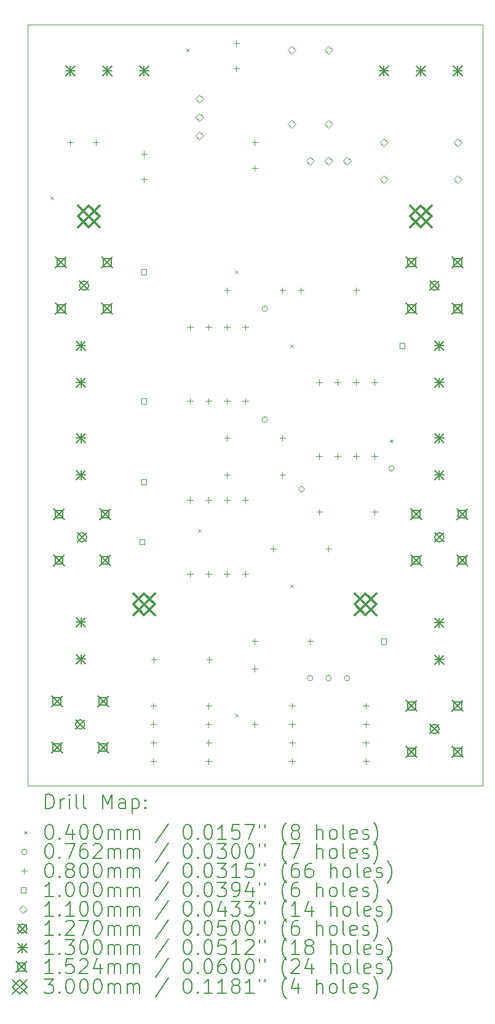
<source format=gbr>
%TF.GenerationSoftware,KiCad,Pcbnew,(6.0.9)*%
%TF.CreationDate,2024-03-02T11:40:23+05:30*%
%TF.ProjectId,CT_2.0.0,43545f32-2e30-42e3-902e-6b696361645f,rev?*%
%TF.SameCoordinates,Original*%
%TF.FileFunction,Drillmap*%
%TF.FilePolarity,Positive*%
%FSLAX45Y45*%
G04 Gerber Fmt 4.5, Leading zero omitted, Abs format (unit mm)*
G04 Created by KiCad (PCBNEW (6.0.9)) date 2024-03-02 11:40:23*
%MOMM*%
%LPD*%
G01*
G04 APERTURE LIST*
%ADD10C,0.100000*%
%ADD11C,0.200000*%
%ADD12C,0.040000*%
%ADD13C,0.076200*%
%ADD14C,0.080000*%
%ADD15C,0.110000*%
%ADD16C,0.127000*%
%ADD17C,0.130000*%
%ADD18C,0.152400*%
%ADD19C,0.300000*%
G04 APERTURE END LIST*
D10*
X7030000Y-4480000D02*
X13300000Y-4480000D01*
X13300000Y-4480000D02*
X13300000Y-14940000D01*
X13300000Y-14940000D02*
X7030000Y-14940000D01*
X7030000Y-14940000D02*
X7030000Y-4480000D01*
D11*
D12*
X7346000Y-6838000D02*
X7386000Y-6878000D01*
X7386000Y-6838000D02*
X7346000Y-6878000D01*
X9215500Y-4806000D02*
X9255500Y-4846000D01*
X9255500Y-4806000D02*
X9215500Y-4846000D01*
X9378000Y-11410000D02*
X9418000Y-11450000D01*
X9418000Y-11410000D02*
X9378000Y-11450000D01*
X9886000Y-7854000D02*
X9926000Y-7894000D01*
X9926000Y-7854000D02*
X9886000Y-7894000D01*
X9886000Y-13950000D02*
X9926000Y-13990000D01*
X9926000Y-13950000D02*
X9886000Y-13990000D01*
X10648000Y-8870000D02*
X10688000Y-8910000D01*
X10688000Y-8870000D02*
X10648000Y-8910000D01*
X10648000Y-12172000D02*
X10688000Y-12212000D01*
X10688000Y-12172000D02*
X10648000Y-12212000D01*
X12022470Y-10180000D02*
X12062470Y-10220000D01*
X12062470Y-10180000D02*
X12022470Y-10220000D01*
D13*
X10338100Y-8382000D02*
G75*
G03*
X10338100Y-8382000I-38100J0D01*
G01*
X10338100Y-9906000D02*
G75*
G03*
X10338100Y-9906000I-38100J0D01*
G01*
X10843120Y-10864275D02*
G75*
G03*
X10843120Y-10864275I-38100J0D01*
G01*
X10960100Y-13462000D02*
G75*
G03*
X10960100Y-13462000I-38100J0D01*
G01*
X11214100Y-13462000D02*
G75*
G03*
X11214100Y-13462000I-38100J0D01*
G01*
X11468100Y-13462000D02*
G75*
G03*
X11468100Y-13462000I-38100J0D01*
G01*
X12080570Y-10578587D02*
G75*
G03*
X12080570Y-10578587I-38100J0D01*
G01*
D14*
X7620000Y-6056000D02*
X7620000Y-6136000D01*
X7580000Y-6096000D02*
X7660000Y-6096000D01*
X7970000Y-6056000D02*
X7970000Y-6136000D01*
X7930000Y-6096000D02*
X8010000Y-6096000D01*
X8636000Y-6214000D02*
X8636000Y-6294000D01*
X8596000Y-6254000D02*
X8676000Y-6254000D01*
X8636000Y-6564000D02*
X8636000Y-6644000D01*
X8596000Y-6604000D02*
X8676000Y-6604000D01*
X8764000Y-13804000D02*
X8764000Y-13884000D01*
X8724000Y-13844000D02*
X8804000Y-13844000D01*
X8764000Y-14058000D02*
X8764000Y-14138000D01*
X8724000Y-14098000D02*
X8804000Y-14098000D01*
X8764000Y-14312000D02*
X8764000Y-14392000D01*
X8724000Y-14352000D02*
X8804000Y-14352000D01*
X8764000Y-14566000D02*
X8764000Y-14646000D01*
X8724000Y-14606000D02*
X8804000Y-14606000D01*
X8772150Y-13168000D02*
X8772150Y-13248000D01*
X8732150Y-13208000D02*
X8812150Y-13208000D01*
X9270000Y-8596500D02*
X9270000Y-8676500D01*
X9230000Y-8636500D02*
X9310000Y-8636500D01*
X9270000Y-9612500D02*
X9270000Y-9692500D01*
X9230000Y-9652500D02*
X9310000Y-9652500D01*
X9270000Y-10974000D02*
X9270000Y-11054000D01*
X9230000Y-11014000D02*
X9310000Y-11014000D01*
X9270000Y-11990000D02*
X9270000Y-12070000D01*
X9230000Y-12030000D02*
X9310000Y-12030000D01*
X9524000Y-8596500D02*
X9524000Y-8676500D01*
X9484000Y-8636500D02*
X9564000Y-8636500D01*
X9524000Y-9612500D02*
X9524000Y-9692500D01*
X9484000Y-9652500D02*
X9564000Y-9652500D01*
X9524000Y-10974000D02*
X9524000Y-11054000D01*
X9484000Y-11014000D02*
X9564000Y-11014000D01*
X9524000Y-11990000D02*
X9524000Y-12070000D01*
X9484000Y-12030000D02*
X9564000Y-12030000D01*
X9526000Y-13804000D02*
X9526000Y-13884000D01*
X9486000Y-13844000D02*
X9566000Y-13844000D01*
X9526000Y-14058000D02*
X9526000Y-14138000D01*
X9486000Y-14098000D02*
X9566000Y-14098000D01*
X9526000Y-14312000D02*
X9526000Y-14392000D01*
X9486000Y-14352000D02*
X9566000Y-14352000D01*
X9526000Y-14566000D02*
X9526000Y-14646000D01*
X9486000Y-14606000D02*
X9566000Y-14606000D01*
X9534150Y-13168000D02*
X9534150Y-13248000D01*
X9494150Y-13208000D02*
X9574150Y-13208000D01*
X9778000Y-8596500D02*
X9778000Y-8676500D01*
X9738000Y-8636500D02*
X9818000Y-8636500D01*
X9778000Y-9612500D02*
X9778000Y-9692500D01*
X9738000Y-9652500D02*
X9818000Y-9652500D01*
X9778000Y-10974000D02*
X9778000Y-11054000D01*
X9738000Y-11014000D02*
X9818000Y-11014000D01*
X9778000Y-11990000D02*
X9778000Y-12070000D01*
X9738000Y-12030000D02*
X9818000Y-12030000D01*
X9779000Y-8088000D02*
X9779000Y-8168000D01*
X9739000Y-8128000D02*
X9819000Y-8128000D01*
X9779000Y-10120000D02*
X9779000Y-10200000D01*
X9739000Y-10160000D02*
X9819000Y-10160000D01*
X9779000Y-10628000D02*
X9779000Y-10708000D01*
X9739000Y-10668000D02*
X9819000Y-10668000D01*
X9906000Y-4690000D02*
X9906000Y-4770000D01*
X9866000Y-4730000D02*
X9946000Y-4730000D01*
X9906000Y-5040000D02*
X9906000Y-5120000D01*
X9866000Y-5080000D02*
X9946000Y-5080000D01*
X10032000Y-8596500D02*
X10032000Y-8676500D01*
X9992000Y-8636500D02*
X10072000Y-8636500D01*
X10032000Y-9612500D02*
X10032000Y-9692500D01*
X9992000Y-9652500D02*
X10072000Y-9652500D01*
X10032000Y-10974000D02*
X10032000Y-11054000D01*
X9992000Y-11014000D02*
X10072000Y-11014000D01*
X10032000Y-11990000D02*
X10032000Y-12070000D01*
X9992000Y-12030000D02*
X10072000Y-12030000D01*
X10160000Y-6056000D02*
X10160000Y-6136000D01*
X10120000Y-6096000D02*
X10200000Y-6096000D01*
X10160000Y-6406000D02*
X10160000Y-6486000D01*
X10120000Y-6446000D02*
X10200000Y-6446000D01*
X10160000Y-12914000D02*
X10160000Y-12994000D01*
X10120000Y-12954000D02*
X10200000Y-12954000D01*
X10160000Y-13295000D02*
X10160000Y-13375000D01*
X10120000Y-13335000D02*
X10200000Y-13335000D01*
X10160000Y-14057000D02*
X10160000Y-14137000D01*
X10120000Y-14097000D02*
X10200000Y-14097000D01*
X10414000Y-11644000D02*
X10414000Y-11724000D01*
X10374000Y-11684000D02*
X10454000Y-11684000D01*
X10541000Y-8088000D02*
X10541000Y-8168000D01*
X10501000Y-8128000D02*
X10581000Y-8128000D01*
X10541000Y-10120000D02*
X10541000Y-10200000D01*
X10501000Y-10160000D02*
X10581000Y-10160000D01*
X10541000Y-10628000D02*
X10541000Y-10708000D01*
X10501000Y-10668000D02*
X10581000Y-10668000D01*
X10675150Y-13804000D02*
X10675150Y-13884000D01*
X10635150Y-13844000D02*
X10715150Y-13844000D01*
X10675150Y-14058000D02*
X10675150Y-14138000D01*
X10635150Y-14098000D02*
X10715150Y-14098000D01*
X10675150Y-14312000D02*
X10675150Y-14392000D01*
X10635150Y-14352000D02*
X10715150Y-14352000D01*
X10675150Y-14566000D02*
X10675150Y-14646000D01*
X10635150Y-14606000D02*
X10715150Y-14606000D01*
X10795000Y-8088000D02*
X10795000Y-8168000D01*
X10755000Y-8128000D02*
X10835000Y-8128000D01*
X10922000Y-12914000D02*
X10922000Y-12994000D01*
X10882000Y-12954000D02*
X10962000Y-12954000D01*
X11048000Y-9356000D02*
X11048000Y-9436000D01*
X11008000Y-9396000D02*
X11088000Y-9396000D01*
X11048000Y-10372000D02*
X11048000Y-10452000D01*
X11008000Y-10412000D02*
X11088000Y-10412000D01*
X11049000Y-11136000D02*
X11049000Y-11216000D01*
X11009000Y-11176000D02*
X11089000Y-11176000D01*
X11176000Y-11644000D02*
X11176000Y-11724000D01*
X11136000Y-11684000D02*
X11216000Y-11684000D01*
X11302000Y-9356000D02*
X11302000Y-9436000D01*
X11262000Y-9396000D02*
X11342000Y-9396000D01*
X11302000Y-10372000D02*
X11302000Y-10452000D01*
X11262000Y-10412000D02*
X11342000Y-10412000D01*
X11556000Y-9356000D02*
X11556000Y-9436000D01*
X11516000Y-9396000D02*
X11596000Y-9396000D01*
X11556000Y-10372000D02*
X11556000Y-10452000D01*
X11516000Y-10412000D02*
X11596000Y-10412000D01*
X11557000Y-8088000D02*
X11557000Y-8168000D01*
X11517000Y-8128000D02*
X11597000Y-8128000D01*
X11691150Y-13804000D02*
X11691150Y-13884000D01*
X11651150Y-13844000D02*
X11731150Y-13844000D01*
X11691150Y-14058000D02*
X11691150Y-14138000D01*
X11651150Y-14098000D02*
X11731150Y-14098000D01*
X11691150Y-14312000D02*
X11691150Y-14392000D01*
X11651150Y-14352000D02*
X11731150Y-14352000D01*
X11691150Y-14566000D02*
X11691150Y-14646000D01*
X11651150Y-14606000D02*
X11731150Y-14606000D01*
X11810000Y-9356000D02*
X11810000Y-9436000D01*
X11770000Y-9396000D02*
X11850000Y-9396000D01*
X11810000Y-10372000D02*
X11810000Y-10452000D01*
X11770000Y-10412000D02*
X11850000Y-10412000D01*
X11811000Y-11136000D02*
X11811000Y-11216000D01*
X11771000Y-11176000D02*
X11851000Y-11176000D01*
D10*
X8643356Y-11622856D02*
X8643356Y-11552144D01*
X8572644Y-11552144D01*
X8572644Y-11622856D01*
X8643356Y-11622856D01*
X8671356Y-7909356D02*
X8671356Y-7838644D01*
X8600644Y-7838644D01*
X8600644Y-7909356D01*
X8671356Y-7909356D01*
X8671356Y-9687356D02*
X8671356Y-9616644D01*
X8600644Y-9616644D01*
X8600644Y-9687356D01*
X8671356Y-9687356D01*
X8671356Y-10797356D02*
X8671356Y-10726644D01*
X8600644Y-10726644D01*
X8600644Y-10797356D01*
X8671356Y-10797356D01*
X11973356Y-12989356D02*
X11973356Y-12918644D01*
X11902644Y-12918644D01*
X11902644Y-12989356D01*
X11973356Y-12989356D01*
X12227356Y-8925356D02*
X12227356Y-8854644D01*
X12156644Y-8854644D01*
X12156644Y-8925356D01*
X12227356Y-8925356D01*
D15*
X9398000Y-5547000D02*
X9453000Y-5492000D01*
X9398000Y-5437000D01*
X9343000Y-5492000D01*
X9398000Y-5547000D01*
X9398000Y-5801000D02*
X9453000Y-5746000D01*
X9398000Y-5691000D01*
X9343000Y-5746000D01*
X9398000Y-5801000D01*
X9398000Y-6055000D02*
X9453000Y-6000000D01*
X9398000Y-5945000D01*
X9343000Y-6000000D01*
X9398000Y-6055000D01*
X10668000Y-4881000D02*
X10723000Y-4826000D01*
X10668000Y-4771000D01*
X10613000Y-4826000D01*
X10668000Y-4881000D01*
X10668000Y-5897000D02*
X10723000Y-5842000D01*
X10668000Y-5787000D01*
X10613000Y-5842000D01*
X10668000Y-5897000D01*
X10922000Y-6405000D02*
X10977000Y-6350000D01*
X10922000Y-6295000D01*
X10867000Y-6350000D01*
X10922000Y-6405000D01*
X11176000Y-4881000D02*
X11231000Y-4826000D01*
X11176000Y-4771000D01*
X11121000Y-4826000D01*
X11176000Y-4881000D01*
X11176000Y-5897000D02*
X11231000Y-5842000D01*
X11176000Y-5787000D01*
X11121000Y-5842000D01*
X11176000Y-5897000D01*
X11176000Y-6405000D02*
X11231000Y-6350000D01*
X11176000Y-6295000D01*
X11121000Y-6350000D01*
X11176000Y-6405000D01*
X11430000Y-6405000D02*
X11485000Y-6350000D01*
X11430000Y-6295000D01*
X11375000Y-6350000D01*
X11430000Y-6405000D01*
X11938000Y-6151000D02*
X11993000Y-6096000D01*
X11938000Y-6041000D01*
X11883000Y-6096000D01*
X11938000Y-6151000D01*
X11938000Y-6659000D02*
X11993000Y-6604000D01*
X11938000Y-6549000D01*
X11883000Y-6604000D01*
X11938000Y-6659000D01*
X12954000Y-6151000D02*
X13009000Y-6096000D01*
X12954000Y-6041000D01*
X12899000Y-6096000D01*
X12954000Y-6151000D01*
X12954000Y-6659000D02*
X13009000Y-6604000D01*
X12954000Y-6549000D01*
X12899000Y-6604000D01*
X12954000Y-6659000D01*
D16*
X7692650Y-14034500D02*
X7819650Y-14161500D01*
X7819650Y-14034500D02*
X7692650Y-14161500D01*
X7819650Y-14098000D02*
G75*
G03*
X7819650Y-14098000I-63500J0D01*
G01*
X7719000Y-11460500D02*
X7846000Y-11587500D01*
X7846000Y-11460500D02*
X7719000Y-11587500D01*
X7846000Y-11524000D02*
G75*
G03*
X7846000Y-11524000I-63500J0D01*
G01*
X7747000Y-8001000D02*
X7874000Y-8128000D01*
X7874000Y-8001000D02*
X7747000Y-8128000D01*
X7874000Y-8064500D02*
G75*
G03*
X7874000Y-8064500I-63500J0D01*
G01*
X12573000Y-8001000D02*
X12700000Y-8128000D01*
X12700000Y-8001000D02*
X12573000Y-8128000D01*
X12700000Y-8064500D02*
G75*
G03*
X12700000Y-8064500I-63500J0D01*
G01*
X12573000Y-14097000D02*
X12700000Y-14224000D01*
X12700000Y-14097000D02*
X12573000Y-14224000D01*
X12700000Y-14160500D02*
G75*
G03*
X12700000Y-14160500I-63500J0D01*
G01*
X12636500Y-11460500D02*
X12763500Y-11587500D01*
X12763500Y-11460500D02*
X12636500Y-11587500D01*
X12763500Y-11524000D02*
G75*
G03*
X12763500Y-11524000I-63500J0D01*
G01*
D17*
X7554500Y-5045500D02*
X7684500Y-5175500D01*
X7684500Y-5045500D02*
X7554500Y-5175500D01*
X7619500Y-5045500D02*
X7619500Y-5175500D01*
X7554500Y-5110500D02*
X7684500Y-5110500D01*
X7703000Y-8824000D02*
X7833000Y-8954000D01*
X7833000Y-8824000D02*
X7703000Y-8954000D01*
X7768000Y-8824000D02*
X7768000Y-8954000D01*
X7703000Y-8889000D02*
X7833000Y-8889000D01*
X7703000Y-9332000D02*
X7833000Y-9462000D01*
X7833000Y-9332000D02*
X7703000Y-9462000D01*
X7768000Y-9332000D02*
X7768000Y-9462000D01*
X7703000Y-9397000D02*
X7833000Y-9397000D01*
X7703000Y-10094000D02*
X7833000Y-10224000D01*
X7833000Y-10094000D02*
X7703000Y-10224000D01*
X7768000Y-10094000D02*
X7768000Y-10224000D01*
X7703000Y-10159000D02*
X7833000Y-10159000D01*
X7703000Y-10602000D02*
X7833000Y-10732000D01*
X7833000Y-10602000D02*
X7703000Y-10732000D01*
X7768000Y-10602000D02*
X7768000Y-10732000D01*
X7703000Y-10667000D02*
X7833000Y-10667000D01*
X7703000Y-12625850D02*
X7833000Y-12755850D01*
X7833000Y-12625850D02*
X7703000Y-12755850D01*
X7768000Y-12625850D02*
X7768000Y-12755850D01*
X7703000Y-12690850D02*
X7833000Y-12690850D01*
X7703000Y-13133850D02*
X7833000Y-13263850D01*
X7833000Y-13133850D02*
X7703000Y-13263850D01*
X7768000Y-13133850D02*
X7768000Y-13263850D01*
X7703000Y-13198850D02*
X7833000Y-13198850D01*
X8062500Y-5045500D02*
X8192500Y-5175500D01*
X8192500Y-5045500D02*
X8062500Y-5175500D01*
X8127500Y-5045500D02*
X8127500Y-5175500D01*
X8062500Y-5110500D02*
X8192500Y-5110500D01*
X8570500Y-5045500D02*
X8700500Y-5175500D01*
X8700500Y-5045500D02*
X8570500Y-5175500D01*
X8635500Y-5045500D02*
X8635500Y-5175500D01*
X8570500Y-5110500D02*
X8700500Y-5110500D01*
X11872500Y-5045500D02*
X12002500Y-5175500D01*
X12002500Y-5045500D02*
X11872500Y-5175500D01*
X11937500Y-5045500D02*
X11937500Y-5175500D01*
X11872500Y-5110500D02*
X12002500Y-5110500D01*
X12380500Y-5045500D02*
X12510500Y-5175500D01*
X12510500Y-5045500D02*
X12380500Y-5175500D01*
X12445500Y-5045500D02*
X12445500Y-5175500D01*
X12380500Y-5110500D02*
X12510500Y-5110500D01*
X12635000Y-8825000D02*
X12765000Y-8955000D01*
X12765000Y-8825000D02*
X12635000Y-8955000D01*
X12700000Y-8825000D02*
X12700000Y-8955000D01*
X12635000Y-8890000D02*
X12765000Y-8890000D01*
X12635000Y-9333000D02*
X12765000Y-9463000D01*
X12765000Y-9333000D02*
X12635000Y-9463000D01*
X12700000Y-9333000D02*
X12700000Y-9463000D01*
X12635000Y-9398000D02*
X12765000Y-9398000D01*
X12635000Y-10095000D02*
X12765000Y-10225000D01*
X12765000Y-10095000D02*
X12635000Y-10225000D01*
X12700000Y-10095000D02*
X12700000Y-10225000D01*
X12635000Y-10160000D02*
X12765000Y-10160000D01*
X12635000Y-10603000D02*
X12765000Y-10733000D01*
X12765000Y-10603000D02*
X12635000Y-10733000D01*
X12700000Y-10603000D02*
X12700000Y-10733000D01*
X12635000Y-10668000D02*
X12765000Y-10668000D01*
X12635000Y-12635000D02*
X12765000Y-12765000D01*
X12765000Y-12635000D02*
X12635000Y-12765000D01*
X12700000Y-12635000D02*
X12700000Y-12765000D01*
X12635000Y-12700000D02*
X12765000Y-12700000D01*
X12635000Y-13143000D02*
X12765000Y-13273000D01*
X12765000Y-13143000D02*
X12635000Y-13273000D01*
X12700000Y-13143000D02*
X12700000Y-13273000D01*
X12635000Y-13208000D02*
X12765000Y-13208000D01*
X12888500Y-5045500D02*
X13018500Y-5175500D01*
X13018500Y-5045500D02*
X12888500Y-5175500D01*
X12953500Y-5045500D02*
X12953500Y-5175500D01*
X12888500Y-5110500D02*
X13018500Y-5110500D01*
D18*
X7362450Y-13704300D02*
X7514850Y-13856700D01*
X7514850Y-13704300D02*
X7362450Y-13856700D01*
X7492532Y-13834382D02*
X7492532Y-13726618D01*
X7384768Y-13726618D01*
X7384768Y-13834382D01*
X7492532Y-13834382D01*
X7362450Y-14339300D02*
X7514850Y-14491700D01*
X7514850Y-14339300D02*
X7362450Y-14491700D01*
X7492532Y-14469382D02*
X7492532Y-14361618D01*
X7384768Y-14361618D01*
X7384768Y-14469382D01*
X7492532Y-14469382D01*
X7388800Y-11130300D02*
X7541200Y-11282700D01*
X7541200Y-11130300D02*
X7388800Y-11282700D01*
X7518882Y-11260382D02*
X7518882Y-11152618D01*
X7411118Y-11152618D01*
X7411118Y-11260382D01*
X7518882Y-11260382D01*
X7388800Y-11765300D02*
X7541200Y-11917700D01*
X7541200Y-11765300D02*
X7388800Y-11917700D01*
X7518882Y-11895382D02*
X7518882Y-11787618D01*
X7411118Y-11787618D01*
X7411118Y-11895382D01*
X7518882Y-11895382D01*
X7416800Y-7670800D02*
X7569200Y-7823200D01*
X7569200Y-7670800D02*
X7416800Y-7823200D01*
X7546882Y-7800882D02*
X7546882Y-7693118D01*
X7439118Y-7693118D01*
X7439118Y-7800882D01*
X7546882Y-7800882D01*
X7416800Y-8305800D02*
X7569200Y-8458200D01*
X7569200Y-8305800D02*
X7416800Y-8458200D01*
X7546882Y-8435882D02*
X7546882Y-8328118D01*
X7439118Y-8328118D01*
X7439118Y-8435882D01*
X7546882Y-8435882D01*
X7997450Y-13704300D02*
X8149850Y-13856700D01*
X8149850Y-13704300D02*
X7997450Y-13856700D01*
X8127532Y-13834382D02*
X8127532Y-13726618D01*
X8019768Y-13726618D01*
X8019768Y-13834382D01*
X8127532Y-13834382D01*
X7997450Y-14339300D02*
X8149850Y-14491700D01*
X8149850Y-14339300D02*
X7997450Y-14491700D01*
X8127532Y-14469382D02*
X8127532Y-14361618D01*
X8019768Y-14361618D01*
X8019768Y-14469382D01*
X8127532Y-14469382D01*
X8023800Y-11130300D02*
X8176200Y-11282700D01*
X8176200Y-11130300D02*
X8023800Y-11282700D01*
X8153882Y-11260382D02*
X8153882Y-11152618D01*
X8046118Y-11152618D01*
X8046118Y-11260382D01*
X8153882Y-11260382D01*
X8023800Y-11765300D02*
X8176200Y-11917700D01*
X8176200Y-11765300D02*
X8023800Y-11917700D01*
X8153882Y-11895382D02*
X8153882Y-11787618D01*
X8046118Y-11787618D01*
X8046118Y-11895382D01*
X8153882Y-11895382D01*
X8051800Y-7670800D02*
X8204200Y-7823200D01*
X8204200Y-7670800D02*
X8051800Y-7823200D01*
X8181882Y-7800882D02*
X8181882Y-7693118D01*
X8074118Y-7693118D01*
X8074118Y-7800882D01*
X8181882Y-7800882D01*
X8051800Y-8305800D02*
X8204200Y-8458200D01*
X8204200Y-8305800D02*
X8051800Y-8458200D01*
X8181882Y-8435882D02*
X8181882Y-8328118D01*
X8074118Y-8328118D01*
X8074118Y-8435882D01*
X8181882Y-8435882D01*
X12242800Y-7670800D02*
X12395200Y-7823200D01*
X12395200Y-7670800D02*
X12242800Y-7823200D01*
X12372882Y-7800882D02*
X12372882Y-7693118D01*
X12265118Y-7693118D01*
X12265118Y-7800882D01*
X12372882Y-7800882D01*
X12242800Y-8305800D02*
X12395200Y-8458200D01*
X12395200Y-8305800D02*
X12242800Y-8458200D01*
X12372882Y-8435882D02*
X12372882Y-8328118D01*
X12265118Y-8328118D01*
X12265118Y-8435882D01*
X12372882Y-8435882D01*
X12242800Y-13766800D02*
X12395200Y-13919200D01*
X12395200Y-13766800D02*
X12242800Y-13919200D01*
X12372882Y-13896882D02*
X12372882Y-13789118D01*
X12265118Y-13789118D01*
X12265118Y-13896882D01*
X12372882Y-13896882D01*
X12242800Y-14401800D02*
X12395200Y-14554200D01*
X12395200Y-14401800D02*
X12242800Y-14554200D01*
X12372882Y-14531882D02*
X12372882Y-14424118D01*
X12265118Y-14424118D01*
X12265118Y-14531882D01*
X12372882Y-14531882D01*
X12306300Y-11130300D02*
X12458700Y-11282700D01*
X12458700Y-11130300D02*
X12306300Y-11282700D01*
X12436382Y-11260382D02*
X12436382Y-11152618D01*
X12328618Y-11152618D01*
X12328618Y-11260382D01*
X12436382Y-11260382D01*
X12306300Y-11765300D02*
X12458700Y-11917700D01*
X12458700Y-11765300D02*
X12306300Y-11917700D01*
X12436382Y-11895382D02*
X12436382Y-11787618D01*
X12328618Y-11787618D01*
X12328618Y-11895382D01*
X12436382Y-11895382D01*
X12877800Y-7670800D02*
X13030200Y-7823200D01*
X13030200Y-7670800D02*
X12877800Y-7823200D01*
X13007882Y-7800882D02*
X13007882Y-7693118D01*
X12900118Y-7693118D01*
X12900118Y-7800882D01*
X13007882Y-7800882D01*
X12877800Y-8305800D02*
X13030200Y-8458200D01*
X13030200Y-8305800D02*
X12877800Y-8458200D01*
X13007882Y-8435882D02*
X13007882Y-8328118D01*
X12900118Y-8328118D01*
X12900118Y-8435882D01*
X13007882Y-8435882D01*
X12877800Y-13766800D02*
X13030200Y-13919200D01*
X13030200Y-13766800D02*
X12877800Y-13919200D01*
X13007882Y-13896882D02*
X13007882Y-13789118D01*
X12900118Y-13789118D01*
X12900118Y-13896882D01*
X13007882Y-13896882D01*
X12877800Y-14401800D02*
X13030200Y-14554200D01*
X13030200Y-14401800D02*
X12877800Y-14554200D01*
X13007882Y-14531882D02*
X13007882Y-14424118D01*
X12900118Y-14424118D01*
X12900118Y-14531882D01*
X13007882Y-14531882D01*
X12941300Y-11130300D02*
X13093700Y-11282700D01*
X13093700Y-11130300D02*
X12941300Y-11282700D01*
X13071382Y-11260382D02*
X13071382Y-11152618D01*
X12963618Y-11152618D01*
X12963618Y-11260382D01*
X13071382Y-11260382D01*
X12941300Y-11765300D02*
X13093700Y-11917700D01*
X13093700Y-11765300D02*
X12941300Y-11917700D01*
X13071382Y-11895382D02*
X13071382Y-11787618D01*
X12963618Y-11787618D01*
X12963618Y-11895382D01*
X13071382Y-11895382D01*
D19*
X7724000Y-6962000D02*
X8024000Y-7262000D01*
X8024000Y-6962000D02*
X7724000Y-7262000D01*
X7874000Y-7262000D02*
X8024000Y-7112000D01*
X7874000Y-6962000D01*
X7724000Y-7112000D01*
X7874000Y-7262000D01*
X8486000Y-12296000D02*
X8786000Y-12596000D01*
X8786000Y-12296000D02*
X8486000Y-12596000D01*
X8636000Y-12596000D02*
X8786000Y-12446000D01*
X8636000Y-12296000D01*
X8486000Y-12446000D01*
X8636000Y-12596000D01*
X11534000Y-12296000D02*
X11834000Y-12596000D01*
X11834000Y-12296000D02*
X11534000Y-12596000D01*
X11684000Y-12596000D02*
X11834000Y-12446000D01*
X11684000Y-12296000D01*
X11534000Y-12446000D01*
X11684000Y-12596000D01*
X12296000Y-6962000D02*
X12596000Y-7262000D01*
X12596000Y-6962000D02*
X12296000Y-7262000D01*
X12446000Y-7262000D02*
X12596000Y-7112000D01*
X12446000Y-6962000D01*
X12296000Y-7112000D01*
X12446000Y-7262000D01*
D11*
X7282619Y-15255476D02*
X7282619Y-15055476D01*
X7330238Y-15055476D01*
X7358809Y-15065000D01*
X7377857Y-15084048D01*
X7387381Y-15103095D01*
X7396905Y-15141190D01*
X7396905Y-15169762D01*
X7387381Y-15207857D01*
X7377857Y-15226905D01*
X7358809Y-15245952D01*
X7330238Y-15255476D01*
X7282619Y-15255476D01*
X7482619Y-15255476D02*
X7482619Y-15122143D01*
X7482619Y-15160238D02*
X7492143Y-15141190D01*
X7501667Y-15131667D01*
X7520714Y-15122143D01*
X7539762Y-15122143D01*
X7606428Y-15255476D02*
X7606428Y-15122143D01*
X7606428Y-15055476D02*
X7596905Y-15065000D01*
X7606428Y-15074524D01*
X7615952Y-15065000D01*
X7606428Y-15055476D01*
X7606428Y-15074524D01*
X7730238Y-15255476D02*
X7711190Y-15245952D01*
X7701667Y-15226905D01*
X7701667Y-15055476D01*
X7835000Y-15255476D02*
X7815952Y-15245952D01*
X7806428Y-15226905D01*
X7806428Y-15055476D01*
X8063571Y-15255476D02*
X8063571Y-15055476D01*
X8130238Y-15198333D01*
X8196905Y-15055476D01*
X8196905Y-15255476D01*
X8377857Y-15255476D02*
X8377857Y-15150714D01*
X8368333Y-15131667D01*
X8349286Y-15122143D01*
X8311190Y-15122143D01*
X8292143Y-15131667D01*
X8377857Y-15245952D02*
X8358809Y-15255476D01*
X8311190Y-15255476D01*
X8292143Y-15245952D01*
X8282619Y-15226905D01*
X8282619Y-15207857D01*
X8292143Y-15188809D01*
X8311190Y-15179286D01*
X8358809Y-15179286D01*
X8377857Y-15169762D01*
X8473095Y-15122143D02*
X8473095Y-15322143D01*
X8473095Y-15131667D02*
X8492143Y-15122143D01*
X8530238Y-15122143D01*
X8549286Y-15131667D01*
X8558810Y-15141190D01*
X8568333Y-15160238D01*
X8568333Y-15217381D01*
X8558810Y-15236428D01*
X8549286Y-15245952D01*
X8530238Y-15255476D01*
X8492143Y-15255476D01*
X8473095Y-15245952D01*
X8654048Y-15236428D02*
X8663571Y-15245952D01*
X8654048Y-15255476D01*
X8644524Y-15245952D01*
X8654048Y-15236428D01*
X8654048Y-15255476D01*
X8654048Y-15131667D02*
X8663571Y-15141190D01*
X8654048Y-15150714D01*
X8644524Y-15141190D01*
X8654048Y-15131667D01*
X8654048Y-15150714D01*
D12*
X6985000Y-15565000D02*
X7025000Y-15605000D01*
X7025000Y-15565000D02*
X6985000Y-15605000D01*
D11*
X7320714Y-15475476D02*
X7339762Y-15475476D01*
X7358809Y-15485000D01*
X7368333Y-15494524D01*
X7377857Y-15513571D01*
X7387381Y-15551667D01*
X7387381Y-15599286D01*
X7377857Y-15637381D01*
X7368333Y-15656428D01*
X7358809Y-15665952D01*
X7339762Y-15675476D01*
X7320714Y-15675476D01*
X7301667Y-15665952D01*
X7292143Y-15656428D01*
X7282619Y-15637381D01*
X7273095Y-15599286D01*
X7273095Y-15551667D01*
X7282619Y-15513571D01*
X7292143Y-15494524D01*
X7301667Y-15485000D01*
X7320714Y-15475476D01*
X7473095Y-15656428D02*
X7482619Y-15665952D01*
X7473095Y-15675476D01*
X7463571Y-15665952D01*
X7473095Y-15656428D01*
X7473095Y-15675476D01*
X7654048Y-15542143D02*
X7654048Y-15675476D01*
X7606428Y-15465952D02*
X7558809Y-15608809D01*
X7682619Y-15608809D01*
X7796905Y-15475476D02*
X7815952Y-15475476D01*
X7835000Y-15485000D01*
X7844524Y-15494524D01*
X7854048Y-15513571D01*
X7863571Y-15551667D01*
X7863571Y-15599286D01*
X7854048Y-15637381D01*
X7844524Y-15656428D01*
X7835000Y-15665952D01*
X7815952Y-15675476D01*
X7796905Y-15675476D01*
X7777857Y-15665952D01*
X7768333Y-15656428D01*
X7758809Y-15637381D01*
X7749286Y-15599286D01*
X7749286Y-15551667D01*
X7758809Y-15513571D01*
X7768333Y-15494524D01*
X7777857Y-15485000D01*
X7796905Y-15475476D01*
X7987381Y-15475476D02*
X8006428Y-15475476D01*
X8025476Y-15485000D01*
X8035000Y-15494524D01*
X8044524Y-15513571D01*
X8054048Y-15551667D01*
X8054048Y-15599286D01*
X8044524Y-15637381D01*
X8035000Y-15656428D01*
X8025476Y-15665952D01*
X8006428Y-15675476D01*
X7987381Y-15675476D01*
X7968333Y-15665952D01*
X7958809Y-15656428D01*
X7949286Y-15637381D01*
X7939762Y-15599286D01*
X7939762Y-15551667D01*
X7949286Y-15513571D01*
X7958809Y-15494524D01*
X7968333Y-15485000D01*
X7987381Y-15475476D01*
X8139762Y-15675476D02*
X8139762Y-15542143D01*
X8139762Y-15561190D02*
X8149286Y-15551667D01*
X8168333Y-15542143D01*
X8196905Y-15542143D01*
X8215952Y-15551667D01*
X8225476Y-15570714D01*
X8225476Y-15675476D01*
X8225476Y-15570714D02*
X8235000Y-15551667D01*
X8254048Y-15542143D01*
X8282619Y-15542143D01*
X8301667Y-15551667D01*
X8311190Y-15570714D01*
X8311190Y-15675476D01*
X8406429Y-15675476D02*
X8406429Y-15542143D01*
X8406429Y-15561190D02*
X8415952Y-15551667D01*
X8435000Y-15542143D01*
X8463571Y-15542143D01*
X8482619Y-15551667D01*
X8492143Y-15570714D01*
X8492143Y-15675476D01*
X8492143Y-15570714D02*
X8501667Y-15551667D01*
X8520714Y-15542143D01*
X8549286Y-15542143D01*
X8568333Y-15551667D01*
X8577857Y-15570714D01*
X8577857Y-15675476D01*
X8968333Y-15465952D02*
X8796905Y-15723095D01*
X9225476Y-15475476D02*
X9244524Y-15475476D01*
X9263571Y-15485000D01*
X9273095Y-15494524D01*
X9282619Y-15513571D01*
X9292143Y-15551667D01*
X9292143Y-15599286D01*
X9282619Y-15637381D01*
X9273095Y-15656428D01*
X9263571Y-15665952D01*
X9244524Y-15675476D01*
X9225476Y-15675476D01*
X9206429Y-15665952D01*
X9196905Y-15656428D01*
X9187381Y-15637381D01*
X9177857Y-15599286D01*
X9177857Y-15551667D01*
X9187381Y-15513571D01*
X9196905Y-15494524D01*
X9206429Y-15485000D01*
X9225476Y-15475476D01*
X9377857Y-15656428D02*
X9387381Y-15665952D01*
X9377857Y-15675476D01*
X9368333Y-15665952D01*
X9377857Y-15656428D01*
X9377857Y-15675476D01*
X9511190Y-15475476D02*
X9530238Y-15475476D01*
X9549286Y-15485000D01*
X9558810Y-15494524D01*
X9568333Y-15513571D01*
X9577857Y-15551667D01*
X9577857Y-15599286D01*
X9568333Y-15637381D01*
X9558810Y-15656428D01*
X9549286Y-15665952D01*
X9530238Y-15675476D01*
X9511190Y-15675476D01*
X9492143Y-15665952D01*
X9482619Y-15656428D01*
X9473095Y-15637381D01*
X9463571Y-15599286D01*
X9463571Y-15551667D01*
X9473095Y-15513571D01*
X9482619Y-15494524D01*
X9492143Y-15485000D01*
X9511190Y-15475476D01*
X9768333Y-15675476D02*
X9654048Y-15675476D01*
X9711190Y-15675476D02*
X9711190Y-15475476D01*
X9692143Y-15504048D01*
X9673095Y-15523095D01*
X9654048Y-15532619D01*
X9949286Y-15475476D02*
X9854048Y-15475476D01*
X9844524Y-15570714D01*
X9854048Y-15561190D01*
X9873095Y-15551667D01*
X9920714Y-15551667D01*
X9939762Y-15561190D01*
X9949286Y-15570714D01*
X9958810Y-15589762D01*
X9958810Y-15637381D01*
X9949286Y-15656428D01*
X9939762Y-15665952D01*
X9920714Y-15675476D01*
X9873095Y-15675476D01*
X9854048Y-15665952D01*
X9844524Y-15656428D01*
X10025476Y-15475476D02*
X10158810Y-15475476D01*
X10073095Y-15675476D01*
X10225476Y-15475476D02*
X10225476Y-15513571D01*
X10301667Y-15475476D02*
X10301667Y-15513571D01*
X10596905Y-15751667D02*
X10587381Y-15742143D01*
X10568333Y-15713571D01*
X10558810Y-15694524D01*
X10549286Y-15665952D01*
X10539762Y-15618333D01*
X10539762Y-15580238D01*
X10549286Y-15532619D01*
X10558810Y-15504048D01*
X10568333Y-15485000D01*
X10587381Y-15456428D01*
X10596905Y-15446905D01*
X10701667Y-15561190D02*
X10682619Y-15551667D01*
X10673095Y-15542143D01*
X10663571Y-15523095D01*
X10663571Y-15513571D01*
X10673095Y-15494524D01*
X10682619Y-15485000D01*
X10701667Y-15475476D01*
X10739762Y-15475476D01*
X10758810Y-15485000D01*
X10768333Y-15494524D01*
X10777857Y-15513571D01*
X10777857Y-15523095D01*
X10768333Y-15542143D01*
X10758810Y-15551667D01*
X10739762Y-15561190D01*
X10701667Y-15561190D01*
X10682619Y-15570714D01*
X10673095Y-15580238D01*
X10663571Y-15599286D01*
X10663571Y-15637381D01*
X10673095Y-15656428D01*
X10682619Y-15665952D01*
X10701667Y-15675476D01*
X10739762Y-15675476D01*
X10758810Y-15665952D01*
X10768333Y-15656428D01*
X10777857Y-15637381D01*
X10777857Y-15599286D01*
X10768333Y-15580238D01*
X10758810Y-15570714D01*
X10739762Y-15561190D01*
X11015952Y-15675476D02*
X11015952Y-15475476D01*
X11101667Y-15675476D02*
X11101667Y-15570714D01*
X11092143Y-15551667D01*
X11073095Y-15542143D01*
X11044524Y-15542143D01*
X11025476Y-15551667D01*
X11015952Y-15561190D01*
X11225476Y-15675476D02*
X11206428Y-15665952D01*
X11196905Y-15656428D01*
X11187381Y-15637381D01*
X11187381Y-15580238D01*
X11196905Y-15561190D01*
X11206428Y-15551667D01*
X11225476Y-15542143D01*
X11254048Y-15542143D01*
X11273095Y-15551667D01*
X11282619Y-15561190D01*
X11292143Y-15580238D01*
X11292143Y-15637381D01*
X11282619Y-15656428D01*
X11273095Y-15665952D01*
X11254048Y-15675476D01*
X11225476Y-15675476D01*
X11406428Y-15675476D02*
X11387381Y-15665952D01*
X11377857Y-15646905D01*
X11377857Y-15475476D01*
X11558809Y-15665952D02*
X11539762Y-15675476D01*
X11501667Y-15675476D01*
X11482619Y-15665952D01*
X11473095Y-15646905D01*
X11473095Y-15570714D01*
X11482619Y-15551667D01*
X11501667Y-15542143D01*
X11539762Y-15542143D01*
X11558809Y-15551667D01*
X11568333Y-15570714D01*
X11568333Y-15589762D01*
X11473095Y-15608809D01*
X11644524Y-15665952D02*
X11663571Y-15675476D01*
X11701667Y-15675476D01*
X11720714Y-15665952D01*
X11730238Y-15646905D01*
X11730238Y-15637381D01*
X11720714Y-15618333D01*
X11701667Y-15608809D01*
X11673095Y-15608809D01*
X11654048Y-15599286D01*
X11644524Y-15580238D01*
X11644524Y-15570714D01*
X11654048Y-15551667D01*
X11673095Y-15542143D01*
X11701667Y-15542143D01*
X11720714Y-15551667D01*
X11796905Y-15751667D02*
X11806428Y-15742143D01*
X11825476Y-15713571D01*
X11835000Y-15694524D01*
X11844524Y-15665952D01*
X11854048Y-15618333D01*
X11854048Y-15580238D01*
X11844524Y-15532619D01*
X11835000Y-15504048D01*
X11825476Y-15485000D01*
X11806428Y-15456428D01*
X11796905Y-15446905D01*
D13*
X7025000Y-15849000D02*
G75*
G03*
X7025000Y-15849000I-38100J0D01*
G01*
D11*
X7320714Y-15739476D02*
X7339762Y-15739476D01*
X7358809Y-15749000D01*
X7368333Y-15758524D01*
X7377857Y-15777571D01*
X7387381Y-15815667D01*
X7387381Y-15863286D01*
X7377857Y-15901381D01*
X7368333Y-15920428D01*
X7358809Y-15929952D01*
X7339762Y-15939476D01*
X7320714Y-15939476D01*
X7301667Y-15929952D01*
X7292143Y-15920428D01*
X7282619Y-15901381D01*
X7273095Y-15863286D01*
X7273095Y-15815667D01*
X7282619Y-15777571D01*
X7292143Y-15758524D01*
X7301667Y-15749000D01*
X7320714Y-15739476D01*
X7473095Y-15920428D02*
X7482619Y-15929952D01*
X7473095Y-15939476D01*
X7463571Y-15929952D01*
X7473095Y-15920428D01*
X7473095Y-15939476D01*
X7549286Y-15739476D02*
X7682619Y-15739476D01*
X7596905Y-15939476D01*
X7844524Y-15739476D02*
X7806428Y-15739476D01*
X7787381Y-15749000D01*
X7777857Y-15758524D01*
X7758809Y-15787095D01*
X7749286Y-15825190D01*
X7749286Y-15901381D01*
X7758809Y-15920428D01*
X7768333Y-15929952D01*
X7787381Y-15939476D01*
X7825476Y-15939476D01*
X7844524Y-15929952D01*
X7854048Y-15920428D01*
X7863571Y-15901381D01*
X7863571Y-15853762D01*
X7854048Y-15834714D01*
X7844524Y-15825190D01*
X7825476Y-15815667D01*
X7787381Y-15815667D01*
X7768333Y-15825190D01*
X7758809Y-15834714D01*
X7749286Y-15853762D01*
X7939762Y-15758524D02*
X7949286Y-15749000D01*
X7968333Y-15739476D01*
X8015952Y-15739476D01*
X8035000Y-15749000D01*
X8044524Y-15758524D01*
X8054048Y-15777571D01*
X8054048Y-15796619D01*
X8044524Y-15825190D01*
X7930238Y-15939476D01*
X8054048Y-15939476D01*
X8139762Y-15939476D02*
X8139762Y-15806143D01*
X8139762Y-15825190D02*
X8149286Y-15815667D01*
X8168333Y-15806143D01*
X8196905Y-15806143D01*
X8215952Y-15815667D01*
X8225476Y-15834714D01*
X8225476Y-15939476D01*
X8225476Y-15834714D02*
X8235000Y-15815667D01*
X8254048Y-15806143D01*
X8282619Y-15806143D01*
X8301667Y-15815667D01*
X8311190Y-15834714D01*
X8311190Y-15939476D01*
X8406429Y-15939476D02*
X8406429Y-15806143D01*
X8406429Y-15825190D02*
X8415952Y-15815667D01*
X8435000Y-15806143D01*
X8463571Y-15806143D01*
X8482619Y-15815667D01*
X8492143Y-15834714D01*
X8492143Y-15939476D01*
X8492143Y-15834714D02*
X8501667Y-15815667D01*
X8520714Y-15806143D01*
X8549286Y-15806143D01*
X8568333Y-15815667D01*
X8577857Y-15834714D01*
X8577857Y-15939476D01*
X8968333Y-15729952D02*
X8796905Y-15987095D01*
X9225476Y-15739476D02*
X9244524Y-15739476D01*
X9263571Y-15749000D01*
X9273095Y-15758524D01*
X9282619Y-15777571D01*
X9292143Y-15815667D01*
X9292143Y-15863286D01*
X9282619Y-15901381D01*
X9273095Y-15920428D01*
X9263571Y-15929952D01*
X9244524Y-15939476D01*
X9225476Y-15939476D01*
X9206429Y-15929952D01*
X9196905Y-15920428D01*
X9187381Y-15901381D01*
X9177857Y-15863286D01*
X9177857Y-15815667D01*
X9187381Y-15777571D01*
X9196905Y-15758524D01*
X9206429Y-15749000D01*
X9225476Y-15739476D01*
X9377857Y-15920428D02*
X9387381Y-15929952D01*
X9377857Y-15939476D01*
X9368333Y-15929952D01*
X9377857Y-15920428D01*
X9377857Y-15939476D01*
X9511190Y-15739476D02*
X9530238Y-15739476D01*
X9549286Y-15749000D01*
X9558810Y-15758524D01*
X9568333Y-15777571D01*
X9577857Y-15815667D01*
X9577857Y-15863286D01*
X9568333Y-15901381D01*
X9558810Y-15920428D01*
X9549286Y-15929952D01*
X9530238Y-15939476D01*
X9511190Y-15939476D01*
X9492143Y-15929952D01*
X9482619Y-15920428D01*
X9473095Y-15901381D01*
X9463571Y-15863286D01*
X9463571Y-15815667D01*
X9473095Y-15777571D01*
X9482619Y-15758524D01*
X9492143Y-15749000D01*
X9511190Y-15739476D01*
X9644524Y-15739476D02*
X9768333Y-15739476D01*
X9701667Y-15815667D01*
X9730238Y-15815667D01*
X9749286Y-15825190D01*
X9758810Y-15834714D01*
X9768333Y-15853762D01*
X9768333Y-15901381D01*
X9758810Y-15920428D01*
X9749286Y-15929952D01*
X9730238Y-15939476D01*
X9673095Y-15939476D01*
X9654048Y-15929952D01*
X9644524Y-15920428D01*
X9892143Y-15739476D02*
X9911190Y-15739476D01*
X9930238Y-15749000D01*
X9939762Y-15758524D01*
X9949286Y-15777571D01*
X9958810Y-15815667D01*
X9958810Y-15863286D01*
X9949286Y-15901381D01*
X9939762Y-15920428D01*
X9930238Y-15929952D01*
X9911190Y-15939476D01*
X9892143Y-15939476D01*
X9873095Y-15929952D01*
X9863571Y-15920428D01*
X9854048Y-15901381D01*
X9844524Y-15863286D01*
X9844524Y-15815667D01*
X9854048Y-15777571D01*
X9863571Y-15758524D01*
X9873095Y-15749000D01*
X9892143Y-15739476D01*
X10082619Y-15739476D02*
X10101667Y-15739476D01*
X10120714Y-15749000D01*
X10130238Y-15758524D01*
X10139762Y-15777571D01*
X10149286Y-15815667D01*
X10149286Y-15863286D01*
X10139762Y-15901381D01*
X10130238Y-15920428D01*
X10120714Y-15929952D01*
X10101667Y-15939476D01*
X10082619Y-15939476D01*
X10063571Y-15929952D01*
X10054048Y-15920428D01*
X10044524Y-15901381D01*
X10035000Y-15863286D01*
X10035000Y-15815667D01*
X10044524Y-15777571D01*
X10054048Y-15758524D01*
X10063571Y-15749000D01*
X10082619Y-15739476D01*
X10225476Y-15739476D02*
X10225476Y-15777571D01*
X10301667Y-15739476D02*
X10301667Y-15777571D01*
X10596905Y-16015667D02*
X10587381Y-16006143D01*
X10568333Y-15977571D01*
X10558810Y-15958524D01*
X10549286Y-15929952D01*
X10539762Y-15882333D01*
X10539762Y-15844238D01*
X10549286Y-15796619D01*
X10558810Y-15768048D01*
X10568333Y-15749000D01*
X10587381Y-15720428D01*
X10596905Y-15710905D01*
X10654048Y-15739476D02*
X10787381Y-15739476D01*
X10701667Y-15939476D01*
X11015952Y-15939476D02*
X11015952Y-15739476D01*
X11101667Y-15939476D02*
X11101667Y-15834714D01*
X11092143Y-15815667D01*
X11073095Y-15806143D01*
X11044524Y-15806143D01*
X11025476Y-15815667D01*
X11015952Y-15825190D01*
X11225476Y-15939476D02*
X11206428Y-15929952D01*
X11196905Y-15920428D01*
X11187381Y-15901381D01*
X11187381Y-15844238D01*
X11196905Y-15825190D01*
X11206428Y-15815667D01*
X11225476Y-15806143D01*
X11254048Y-15806143D01*
X11273095Y-15815667D01*
X11282619Y-15825190D01*
X11292143Y-15844238D01*
X11292143Y-15901381D01*
X11282619Y-15920428D01*
X11273095Y-15929952D01*
X11254048Y-15939476D01*
X11225476Y-15939476D01*
X11406428Y-15939476D02*
X11387381Y-15929952D01*
X11377857Y-15910905D01*
X11377857Y-15739476D01*
X11558809Y-15929952D02*
X11539762Y-15939476D01*
X11501667Y-15939476D01*
X11482619Y-15929952D01*
X11473095Y-15910905D01*
X11473095Y-15834714D01*
X11482619Y-15815667D01*
X11501667Y-15806143D01*
X11539762Y-15806143D01*
X11558809Y-15815667D01*
X11568333Y-15834714D01*
X11568333Y-15853762D01*
X11473095Y-15872809D01*
X11644524Y-15929952D02*
X11663571Y-15939476D01*
X11701667Y-15939476D01*
X11720714Y-15929952D01*
X11730238Y-15910905D01*
X11730238Y-15901381D01*
X11720714Y-15882333D01*
X11701667Y-15872809D01*
X11673095Y-15872809D01*
X11654048Y-15863286D01*
X11644524Y-15844238D01*
X11644524Y-15834714D01*
X11654048Y-15815667D01*
X11673095Y-15806143D01*
X11701667Y-15806143D01*
X11720714Y-15815667D01*
X11796905Y-16015667D02*
X11806428Y-16006143D01*
X11825476Y-15977571D01*
X11835000Y-15958524D01*
X11844524Y-15929952D01*
X11854048Y-15882333D01*
X11854048Y-15844238D01*
X11844524Y-15796619D01*
X11835000Y-15768048D01*
X11825476Y-15749000D01*
X11806428Y-15720428D01*
X11796905Y-15710905D01*
D14*
X6985000Y-16073000D02*
X6985000Y-16153000D01*
X6945000Y-16113000D02*
X7025000Y-16113000D01*
D11*
X7320714Y-16003476D02*
X7339762Y-16003476D01*
X7358809Y-16013000D01*
X7368333Y-16022524D01*
X7377857Y-16041571D01*
X7387381Y-16079667D01*
X7387381Y-16127286D01*
X7377857Y-16165381D01*
X7368333Y-16184428D01*
X7358809Y-16193952D01*
X7339762Y-16203476D01*
X7320714Y-16203476D01*
X7301667Y-16193952D01*
X7292143Y-16184428D01*
X7282619Y-16165381D01*
X7273095Y-16127286D01*
X7273095Y-16079667D01*
X7282619Y-16041571D01*
X7292143Y-16022524D01*
X7301667Y-16013000D01*
X7320714Y-16003476D01*
X7473095Y-16184428D02*
X7482619Y-16193952D01*
X7473095Y-16203476D01*
X7463571Y-16193952D01*
X7473095Y-16184428D01*
X7473095Y-16203476D01*
X7596905Y-16089190D02*
X7577857Y-16079667D01*
X7568333Y-16070143D01*
X7558809Y-16051095D01*
X7558809Y-16041571D01*
X7568333Y-16022524D01*
X7577857Y-16013000D01*
X7596905Y-16003476D01*
X7635000Y-16003476D01*
X7654048Y-16013000D01*
X7663571Y-16022524D01*
X7673095Y-16041571D01*
X7673095Y-16051095D01*
X7663571Y-16070143D01*
X7654048Y-16079667D01*
X7635000Y-16089190D01*
X7596905Y-16089190D01*
X7577857Y-16098714D01*
X7568333Y-16108238D01*
X7558809Y-16127286D01*
X7558809Y-16165381D01*
X7568333Y-16184428D01*
X7577857Y-16193952D01*
X7596905Y-16203476D01*
X7635000Y-16203476D01*
X7654048Y-16193952D01*
X7663571Y-16184428D01*
X7673095Y-16165381D01*
X7673095Y-16127286D01*
X7663571Y-16108238D01*
X7654048Y-16098714D01*
X7635000Y-16089190D01*
X7796905Y-16003476D02*
X7815952Y-16003476D01*
X7835000Y-16013000D01*
X7844524Y-16022524D01*
X7854048Y-16041571D01*
X7863571Y-16079667D01*
X7863571Y-16127286D01*
X7854048Y-16165381D01*
X7844524Y-16184428D01*
X7835000Y-16193952D01*
X7815952Y-16203476D01*
X7796905Y-16203476D01*
X7777857Y-16193952D01*
X7768333Y-16184428D01*
X7758809Y-16165381D01*
X7749286Y-16127286D01*
X7749286Y-16079667D01*
X7758809Y-16041571D01*
X7768333Y-16022524D01*
X7777857Y-16013000D01*
X7796905Y-16003476D01*
X7987381Y-16003476D02*
X8006428Y-16003476D01*
X8025476Y-16013000D01*
X8035000Y-16022524D01*
X8044524Y-16041571D01*
X8054048Y-16079667D01*
X8054048Y-16127286D01*
X8044524Y-16165381D01*
X8035000Y-16184428D01*
X8025476Y-16193952D01*
X8006428Y-16203476D01*
X7987381Y-16203476D01*
X7968333Y-16193952D01*
X7958809Y-16184428D01*
X7949286Y-16165381D01*
X7939762Y-16127286D01*
X7939762Y-16079667D01*
X7949286Y-16041571D01*
X7958809Y-16022524D01*
X7968333Y-16013000D01*
X7987381Y-16003476D01*
X8139762Y-16203476D02*
X8139762Y-16070143D01*
X8139762Y-16089190D02*
X8149286Y-16079667D01*
X8168333Y-16070143D01*
X8196905Y-16070143D01*
X8215952Y-16079667D01*
X8225476Y-16098714D01*
X8225476Y-16203476D01*
X8225476Y-16098714D02*
X8235000Y-16079667D01*
X8254048Y-16070143D01*
X8282619Y-16070143D01*
X8301667Y-16079667D01*
X8311190Y-16098714D01*
X8311190Y-16203476D01*
X8406429Y-16203476D02*
X8406429Y-16070143D01*
X8406429Y-16089190D02*
X8415952Y-16079667D01*
X8435000Y-16070143D01*
X8463571Y-16070143D01*
X8482619Y-16079667D01*
X8492143Y-16098714D01*
X8492143Y-16203476D01*
X8492143Y-16098714D02*
X8501667Y-16079667D01*
X8520714Y-16070143D01*
X8549286Y-16070143D01*
X8568333Y-16079667D01*
X8577857Y-16098714D01*
X8577857Y-16203476D01*
X8968333Y-15993952D02*
X8796905Y-16251095D01*
X9225476Y-16003476D02*
X9244524Y-16003476D01*
X9263571Y-16013000D01*
X9273095Y-16022524D01*
X9282619Y-16041571D01*
X9292143Y-16079667D01*
X9292143Y-16127286D01*
X9282619Y-16165381D01*
X9273095Y-16184428D01*
X9263571Y-16193952D01*
X9244524Y-16203476D01*
X9225476Y-16203476D01*
X9206429Y-16193952D01*
X9196905Y-16184428D01*
X9187381Y-16165381D01*
X9177857Y-16127286D01*
X9177857Y-16079667D01*
X9187381Y-16041571D01*
X9196905Y-16022524D01*
X9206429Y-16013000D01*
X9225476Y-16003476D01*
X9377857Y-16184428D02*
X9387381Y-16193952D01*
X9377857Y-16203476D01*
X9368333Y-16193952D01*
X9377857Y-16184428D01*
X9377857Y-16203476D01*
X9511190Y-16003476D02*
X9530238Y-16003476D01*
X9549286Y-16013000D01*
X9558810Y-16022524D01*
X9568333Y-16041571D01*
X9577857Y-16079667D01*
X9577857Y-16127286D01*
X9568333Y-16165381D01*
X9558810Y-16184428D01*
X9549286Y-16193952D01*
X9530238Y-16203476D01*
X9511190Y-16203476D01*
X9492143Y-16193952D01*
X9482619Y-16184428D01*
X9473095Y-16165381D01*
X9463571Y-16127286D01*
X9463571Y-16079667D01*
X9473095Y-16041571D01*
X9482619Y-16022524D01*
X9492143Y-16013000D01*
X9511190Y-16003476D01*
X9644524Y-16003476D02*
X9768333Y-16003476D01*
X9701667Y-16079667D01*
X9730238Y-16079667D01*
X9749286Y-16089190D01*
X9758810Y-16098714D01*
X9768333Y-16117762D01*
X9768333Y-16165381D01*
X9758810Y-16184428D01*
X9749286Y-16193952D01*
X9730238Y-16203476D01*
X9673095Y-16203476D01*
X9654048Y-16193952D01*
X9644524Y-16184428D01*
X9958810Y-16203476D02*
X9844524Y-16203476D01*
X9901667Y-16203476D02*
X9901667Y-16003476D01*
X9882619Y-16032048D01*
X9863571Y-16051095D01*
X9844524Y-16060619D01*
X10139762Y-16003476D02*
X10044524Y-16003476D01*
X10035000Y-16098714D01*
X10044524Y-16089190D01*
X10063571Y-16079667D01*
X10111190Y-16079667D01*
X10130238Y-16089190D01*
X10139762Y-16098714D01*
X10149286Y-16117762D01*
X10149286Y-16165381D01*
X10139762Y-16184428D01*
X10130238Y-16193952D01*
X10111190Y-16203476D01*
X10063571Y-16203476D01*
X10044524Y-16193952D01*
X10035000Y-16184428D01*
X10225476Y-16003476D02*
X10225476Y-16041571D01*
X10301667Y-16003476D02*
X10301667Y-16041571D01*
X10596905Y-16279667D02*
X10587381Y-16270143D01*
X10568333Y-16241571D01*
X10558810Y-16222524D01*
X10549286Y-16193952D01*
X10539762Y-16146333D01*
X10539762Y-16108238D01*
X10549286Y-16060619D01*
X10558810Y-16032048D01*
X10568333Y-16013000D01*
X10587381Y-15984428D01*
X10596905Y-15974905D01*
X10758810Y-16003476D02*
X10720714Y-16003476D01*
X10701667Y-16013000D01*
X10692143Y-16022524D01*
X10673095Y-16051095D01*
X10663571Y-16089190D01*
X10663571Y-16165381D01*
X10673095Y-16184428D01*
X10682619Y-16193952D01*
X10701667Y-16203476D01*
X10739762Y-16203476D01*
X10758810Y-16193952D01*
X10768333Y-16184428D01*
X10777857Y-16165381D01*
X10777857Y-16117762D01*
X10768333Y-16098714D01*
X10758810Y-16089190D01*
X10739762Y-16079667D01*
X10701667Y-16079667D01*
X10682619Y-16089190D01*
X10673095Y-16098714D01*
X10663571Y-16117762D01*
X10949286Y-16003476D02*
X10911190Y-16003476D01*
X10892143Y-16013000D01*
X10882619Y-16022524D01*
X10863571Y-16051095D01*
X10854048Y-16089190D01*
X10854048Y-16165381D01*
X10863571Y-16184428D01*
X10873095Y-16193952D01*
X10892143Y-16203476D01*
X10930238Y-16203476D01*
X10949286Y-16193952D01*
X10958810Y-16184428D01*
X10968333Y-16165381D01*
X10968333Y-16117762D01*
X10958810Y-16098714D01*
X10949286Y-16089190D01*
X10930238Y-16079667D01*
X10892143Y-16079667D01*
X10873095Y-16089190D01*
X10863571Y-16098714D01*
X10854048Y-16117762D01*
X11206428Y-16203476D02*
X11206428Y-16003476D01*
X11292143Y-16203476D02*
X11292143Y-16098714D01*
X11282619Y-16079667D01*
X11263571Y-16070143D01*
X11235000Y-16070143D01*
X11215952Y-16079667D01*
X11206428Y-16089190D01*
X11415952Y-16203476D02*
X11396905Y-16193952D01*
X11387381Y-16184428D01*
X11377857Y-16165381D01*
X11377857Y-16108238D01*
X11387381Y-16089190D01*
X11396905Y-16079667D01*
X11415952Y-16070143D01*
X11444524Y-16070143D01*
X11463571Y-16079667D01*
X11473095Y-16089190D01*
X11482619Y-16108238D01*
X11482619Y-16165381D01*
X11473095Y-16184428D01*
X11463571Y-16193952D01*
X11444524Y-16203476D01*
X11415952Y-16203476D01*
X11596905Y-16203476D02*
X11577857Y-16193952D01*
X11568333Y-16174905D01*
X11568333Y-16003476D01*
X11749286Y-16193952D02*
X11730238Y-16203476D01*
X11692143Y-16203476D01*
X11673095Y-16193952D01*
X11663571Y-16174905D01*
X11663571Y-16098714D01*
X11673095Y-16079667D01*
X11692143Y-16070143D01*
X11730238Y-16070143D01*
X11749286Y-16079667D01*
X11758809Y-16098714D01*
X11758809Y-16117762D01*
X11663571Y-16136809D01*
X11835000Y-16193952D02*
X11854048Y-16203476D01*
X11892143Y-16203476D01*
X11911190Y-16193952D01*
X11920714Y-16174905D01*
X11920714Y-16165381D01*
X11911190Y-16146333D01*
X11892143Y-16136809D01*
X11863571Y-16136809D01*
X11844524Y-16127286D01*
X11835000Y-16108238D01*
X11835000Y-16098714D01*
X11844524Y-16079667D01*
X11863571Y-16070143D01*
X11892143Y-16070143D01*
X11911190Y-16079667D01*
X11987381Y-16279667D02*
X11996905Y-16270143D01*
X12015952Y-16241571D01*
X12025476Y-16222524D01*
X12035000Y-16193952D01*
X12044524Y-16146333D01*
X12044524Y-16108238D01*
X12035000Y-16060619D01*
X12025476Y-16032048D01*
X12015952Y-16013000D01*
X11996905Y-15984428D01*
X11987381Y-15974905D01*
D10*
X7010356Y-16412356D02*
X7010356Y-16341644D01*
X6939644Y-16341644D01*
X6939644Y-16412356D01*
X7010356Y-16412356D01*
D11*
X7387381Y-16467476D02*
X7273095Y-16467476D01*
X7330238Y-16467476D02*
X7330238Y-16267476D01*
X7311190Y-16296048D01*
X7292143Y-16315095D01*
X7273095Y-16324619D01*
X7473095Y-16448428D02*
X7482619Y-16457952D01*
X7473095Y-16467476D01*
X7463571Y-16457952D01*
X7473095Y-16448428D01*
X7473095Y-16467476D01*
X7606428Y-16267476D02*
X7625476Y-16267476D01*
X7644524Y-16277000D01*
X7654048Y-16286524D01*
X7663571Y-16305571D01*
X7673095Y-16343667D01*
X7673095Y-16391286D01*
X7663571Y-16429381D01*
X7654048Y-16448428D01*
X7644524Y-16457952D01*
X7625476Y-16467476D01*
X7606428Y-16467476D01*
X7587381Y-16457952D01*
X7577857Y-16448428D01*
X7568333Y-16429381D01*
X7558809Y-16391286D01*
X7558809Y-16343667D01*
X7568333Y-16305571D01*
X7577857Y-16286524D01*
X7587381Y-16277000D01*
X7606428Y-16267476D01*
X7796905Y-16267476D02*
X7815952Y-16267476D01*
X7835000Y-16277000D01*
X7844524Y-16286524D01*
X7854048Y-16305571D01*
X7863571Y-16343667D01*
X7863571Y-16391286D01*
X7854048Y-16429381D01*
X7844524Y-16448428D01*
X7835000Y-16457952D01*
X7815952Y-16467476D01*
X7796905Y-16467476D01*
X7777857Y-16457952D01*
X7768333Y-16448428D01*
X7758809Y-16429381D01*
X7749286Y-16391286D01*
X7749286Y-16343667D01*
X7758809Y-16305571D01*
X7768333Y-16286524D01*
X7777857Y-16277000D01*
X7796905Y-16267476D01*
X7987381Y-16267476D02*
X8006428Y-16267476D01*
X8025476Y-16277000D01*
X8035000Y-16286524D01*
X8044524Y-16305571D01*
X8054048Y-16343667D01*
X8054048Y-16391286D01*
X8044524Y-16429381D01*
X8035000Y-16448428D01*
X8025476Y-16457952D01*
X8006428Y-16467476D01*
X7987381Y-16467476D01*
X7968333Y-16457952D01*
X7958809Y-16448428D01*
X7949286Y-16429381D01*
X7939762Y-16391286D01*
X7939762Y-16343667D01*
X7949286Y-16305571D01*
X7958809Y-16286524D01*
X7968333Y-16277000D01*
X7987381Y-16267476D01*
X8139762Y-16467476D02*
X8139762Y-16334143D01*
X8139762Y-16353190D02*
X8149286Y-16343667D01*
X8168333Y-16334143D01*
X8196905Y-16334143D01*
X8215952Y-16343667D01*
X8225476Y-16362714D01*
X8225476Y-16467476D01*
X8225476Y-16362714D02*
X8235000Y-16343667D01*
X8254048Y-16334143D01*
X8282619Y-16334143D01*
X8301667Y-16343667D01*
X8311190Y-16362714D01*
X8311190Y-16467476D01*
X8406429Y-16467476D02*
X8406429Y-16334143D01*
X8406429Y-16353190D02*
X8415952Y-16343667D01*
X8435000Y-16334143D01*
X8463571Y-16334143D01*
X8482619Y-16343667D01*
X8492143Y-16362714D01*
X8492143Y-16467476D01*
X8492143Y-16362714D02*
X8501667Y-16343667D01*
X8520714Y-16334143D01*
X8549286Y-16334143D01*
X8568333Y-16343667D01*
X8577857Y-16362714D01*
X8577857Y-16467476D01*
X8968333Y-16257952D02*
X8796905Y-16515095D01*
X9225476Y-16267476D02*
X9244524Y-16267476D01*
X9263571Y-16277000D01*
X9273095Y-16286524D01*
X9282619Y-16305571D01*
X9292143Y-16343667D01*
X9292143Y-16391286D01*
X9282619Y-16429381D01*
X9273095Y-16448428D01*
X9263571Y-16457952D01*
X9244524Y-16467476D01*
X9225476Y-16467476D01*
X9206429Y-16457952D01*
X9196905Y-16448428D01*
X9187381Y-16429381D01*
X9177857Y-16391286D01*
X9177857Y-16343667D01*
X9187381Y-16305571D01*
X9196905Y-16286524D01*
X9206429Y-16277000D01*
X9225476Y-16267476D01*
X9377857Y-16448428D02*
X9387381Y-16457952D01*
X9377857Y-16467476D01*
X9368333Y-16457952D01*
X9377857Y-16448428D01*
X9377857Y-16467476D01*
X9511190Y-16267476D02*
X9530238Y-16267476D01*
X9549286Y-16277000D01*
X9558810Y-16286524D01*
X9568333Y-16305571D01*
X9577857Y-16343667D01*
X9577857Y-16391286D01*
X9568333Y-16429381D01*
X9558810Y-16448428D01*
X9549286Y-16457952D01*
X9530238Y-16467476D01*
X9511190Y-16467476D01*
X9492143Y-16457952D01*
X9482619Y-16448428D01*
X9473095Y-16429381D01*
X9463571Y-16391286D01*
X9463571Y-16343667D01*
X9473095Y-16305571D01*
X9482619Y-16286524D01*
X9492143Y-16277000D01*
X9511190Y-16267476D01*
X9644524Y-16267476D02*
X9768333Y-16267476D01*
X9701667Y-16343667D01*
X9730238Y-16343667D01*
X9749286Y-16353190D01*
X9758810Y-16362714D01*
X9768333Y-16381762D01*
X9768333Y-16429381D01*
X9758810Y-16448428D01*
X9749286Y-16457952D01*
X9730238Y-16467476D01*
X9673095Y-16467476D01*
X9654048Y-16457952D01*
X9644524Y-16448428D01*
X9863571Y-16467476D02*
X9901667Y-16467476D01*
X9920714Y-16457952D01*
X9930238Y-16448428D01*
X9949286Y-16419857D01*
X9958810Y-16381762D01*
X9958810Y-16305571D01*
X9949286Y-16286524D01*
X9939762Y-16277000D01*
X9920714Y-16267476D01*
X9882619Y-16267476D01*
X9863571Y-16277000D01*
X9854048Y-16286524D01*
X9844524Y-16305571D01*
X9844524Y-16353190D01*
X9854048Y-16372238D01*
X9863571Y-16381762D01*
X9882619Y-16391286D01*
X9920714Y-16391286D01*
X9939762Y-16381762D01*
X9949286Y-16372238D01*
X9958810Y-16353190D01*
X10130238Y-16334143D02*
X10130238Y-16467476D01*
X10082619Y-16257952D02*
X10035000Y-16400809D01*
X10158810Y-16400809D01*
X10225476Y-16267476D02*
X10225476Y-16305571D01*
X10301667Y-16267476D02*
X10301667Y-16305571D01*
X10596905Y-16543667D02*
X10587381Y-16534143D01*
X10568333Y-16505571D01*
X10558810Y-16486524D01*
X10549286Y-16457952D01*
X10539762Y-16410333D01*
X10539762Y-16372238D01*
X10549286Y-16324619D01*
X10558810Y-16296048D01*
X10568333Y-16277000D01*
X10587381Y-16248428D01*
X10596905Y-16238905D01*
X10758810Y-16267476D02*
X10720714Y-16267476D01*
X10701667Y-16277000D01*
X10692143Y-16286524D01*
X10673095Y-16315095D01*
X10663571Y-16353190D01*
X10663571Y-16429381D01*
X10673095Y-16448428D01*
X10682619Y-16457952D01*
X10701667Y-16467476D01*
X10739762Y-16467476D01*
X10758810Y-16457952D01*
X10768333Y-16448428D01*
X10777857Y-16429381D01*
X10777857Y-16381762D01*
X10768333Y-16362714D01*
X10758810Y-16353190D01*
X10739762Y-16343667D01*
X10701667Y-16343667D01*
X10682619Y-16353190D01*
X10673095Y-16362714D01*
X10663571Y-16381762D01*
X11015952Y-16467476D02*
X11015952Y-16267476D01*
X11101667Y-16467476D02*
X11101667Y-16362714D01*
X11092143Y-16343667D01*
X11073095Y-16334143D01*
X11044524Y-16334143D01*
X11025476Y-16343667D01*
X11015952Y-16353190D01*
X11225476Y-16467476D02*
X11206428Y-16457952D01*
X11196905Y-16448428D01*
X11187381Y-16429381D01*
X11187381Y-16372238D01*
X11196905Y-16353190D01*
X11206428Y-16343667D01*
X11225476Y-16334143D01*
X11254048Y-16334143D01*
X11273095Y-16343667D01*
X11282619Y-16353190D01*
X11292143Y-16372238D01*
X11292143Y-16429381D01*
X11282619Y-16448428D01*
X11273095Y-16457952D01*
X11254048Y-16467476D01*
X11225476Y-16467476D01*
X11406428Y-16467476D02*
X11387381Y-16457952D01*
X11377857Y-16438905D01*
X11377857Y-16267476D01*
X11558809Y-16457952D02*
X11539762Y-16467476D01*
X11501667Y-16467476D01*
X11482619Y-16457952D01*
X11473095Y-16438905D01*
X11473095Y-16362714D01*
X11482619Y-16343667D01*
X11501667Y-16334143D01*
X11539762Y-16334143D01*
X11558809Y-16343667D01*
X11568333Y-16362714D01*
X11568333Y-16381762D01*
X11473095Y-16400809D01*
X11644524Y-16457952D02*
X11663571Y-16467476D01*
X11701667Y-16467476D01*
X11720714Y-16457952D01*
X11730238Y-16438905D01*
X11730238Y-16429381D01*
X11720714Y-16410333D01*
X11701667Y-16400809D01*
X11673095Y-16400809D01*
X11654048Y-16391286D01*
X11644524Y-16372238D01*
X11644524Y-16362714D01*
X11654048Y-16343667D01*
X11673095Y-16334143D01*
X11701667Y-16334143D01*
X11720714Y-16343667D01*
X11796905Y-16543667D02*
X11806428Y-16534143D01*
X11825476Y-16505571D01*
X11835000Y-16486524D01*
X11844524Y-16457952D01*
X11854048Y-16410333D01*
X11854048Y-16372238D01*
X11844524Y-16324619D01*
X11835000Y-16296048D01*
X11825476Y-16277000D01*
X11806428Y-16248428D01*
X11796905Y-16238905D01*
D15*
X6970000Y-16696000D02*
X7025000Y-16641000D01*
X6970000Y-16586000D01*
X6915000Y-16641000D01*
X6970000Y-16696000D01*
D11*
X7387381Y-16731476D02*
X7273095Y-16731476D01*
X7330238Y-16731476D02*
X7330238Y-16531476D01*
X7311190Y-16560048D01*
X7292143Y-16579095D01*
X7273095Y-16588619D01*
X7473095Y-16712428D02*
X7482619Y-16721952D01*
X7473095Y-16731476D01*
X7463571Y-16721952D01*
X7473095Y-16712428D01*
X7473095Y-16731476D01*
X7673095Y-16731476D02*
X7558809Y-16731476D01*
X7615952Y-16731476D02*
X7615952Y-16531476D01*
X7596905Y-16560048D01*
X7577857Y-16579095D01*
X7558809Y-16588619D01*
X7796905Y-16531476D02*
X7815952Y-16531476D01*
X7835000Y-16541000D01*
X7844524Y-16550524D01*
X7854048Y-16569571D01*
X7863571Y-16607667D01*
X7863571Y-16655286D01*
X7854048Y-16693381D01*
X7844524Y-16712428D01*
X7835000Y-16721952D01*
X7815952Y-16731476D01*
X7796905Y-16731476D01*
X7777857Y-16721952D01*
X7768333Y-16712428D01*
X7758809Y-16693381D01*
X7749286Y-16655286D01*
X7749286Y-16607667D01*
X7758809Y-16569571D01*
X7768333Y-16550524D01*
X7777857Y-16541000D01*
X7796905Y-16531476D01*
X7987381Y-16531476D02*
X8006428Y-16531476D01*
X8025476Y-16541000D01*
X8035000Y-16550524D01*
X8044524Y-16569571D01*
X8054048Y-16607667D01*
X8054048Y-16655286D01*
X8044524Y-16693381D01*
X8035000Y-16712428D01*
X8025476Y-16721952D01*
X8006428Y-16731476D01*
X7987381Y-16731476D01*
X7968333Y-16721952D01*
X7958809Y-16712428D01*
X7949286Y-16693381D01*
X7939762Y-16655286D01*
X7939762Y-16607667D01*
X7949286Y-16569571D01*
X7958809Y-16550524D01*
X7968333Y-16541000D01*
X7987381Y-16531476D01*
X8139762Y-16731476D02*
X8139762Y-16598143D01*
X8139762Y-16617190D02*
X8149286Y-16607667D01*
X8168333Y-16598143D01*
X8196905Y-16598143D01*
X8215952Y-16607667D01*
X8225476Y-16626714D01*
X8225476Y-16731476D01*
X8225476Y-16626714D02*
X8235000Y-16607667D01*
X8254048Y-16598143D01*
X8282619Y-16598143D01*
X8301667Y-16607667D01*
X8311190Y-16626714D01*
X8311190Y-16731476D01*
X8406429Y-16731476D02*
X8406429Y-16598143D01*
X8406429Y-16617190D02*
X8415952Y-16607667D01*
X8435000Y-16598143D01*
X8463571Y-16598143D01*
X8482619Y-16607667D01*
X8492143Y-16626714D01*
X8492143Y-16731476D01*
X8492143Y-16626714D02*
X8501667Y-16607667D01*
X8520714Y-16598143D01*
X8549286Y-16598143D01*
X8568333Y-16607667D01*
X8577857Y-16626714D01*
X8577857Y-16731476D01*
X8968333Y-16521952D02*
X8796905Y-16779095D01*
X9225476Y-16531476D02*
X9244524Y-16531476D01*
X9263571Y-16541000D01*
X9273095Y-16550524D01*
X9282619Y-16569571D01*
X9292143Y-16607667D01*
X9292143Y-16655286D01*
X9282619Y-16693381D01*
X9273095Y-16712428D01*
X9263571Y-16721952D01*
X9244524Y-16731476D01*
X9225476Y-16731476D01*
X9206429Y-16721952D01*
X9196905Y-16712428D01*
X9187381Y-16693381D01*
X9177857Y-16655286D01*
X9177857Y-16607667D01*
X9187381Y-16569571D01*
X9196905Y-16550524D01*
X9206429Y-16541000D01*
X9225476Y-16531476D01*
X9377857Y-16712428D02*
X9387381Y-16721952D01*
X9377857Y-16731476D01*
X9368333Y-16721952D01*
X9377857Y-16712428D01*
X9377857Y-16731476D01*
X9511190Y-16531476D02*
X9530238Y-16531476D01*
X9549286Y-16541000D01*
X9558810Y-16550524D01*
X9568333Y-16569571D01*
X9577857Y-16607667D01*
X9577857Y-16655286D01*
X9568333Y-16693381D01*
X9558810Y-16712428D01*
X9549286Y-16721952D01*
X9530238Y-16731476D01*
X9511190Y-16731476D01*
X9492143Y-16721952D01*
X9482619Y-16712428D01*
X9473095Y-16693381D01*
X9463571Y-16655286D01*
X9463571Y-16607667D01*
X9473095Y-16569571D01*
X9482619Y-16550524D01*
X9492143Y-16541000D01*
X9511190Y-16531476D01*
X9749286Y-16598143D02*
X9749286Y-16731476D01*
X9701667Y-16521952D02*
X9654048Y-16664809D01*
X9777857Y-16664809D01*
X9835000Y-16531476D02*
X9958810Y-16531476D01*
X9892143Y-16607667D01*
X9920714Y-16607667D01*
X9939762Y-16617190D01*
X9949286Y-16626714D01*
X9958810Y-16645762D01*
X9958810Y-16693381D01*
X9949286Y-16712428D01*
X9939762Y-16721952D01*
X9920714Y-16731476D01*
X9863571Y-16731476D01*
X9844524Y-16721952D01*
X9835000Y-16712428D01*
X10025476Y-16531476D02*
X10149286Y-16531476D01*
X10082619Y-16607667D01*
X10111190Y-16607667D01*
X10130238Y-16617190D01*
X10139762Y-16626714D01*
X10149286Y-16645762D01*
X10149286Y-16693381D01*
X10139762Y-16712428D01*
X10130238Y-16721952D01*
X10111190Y-16731476D01*
X10054048Y-16731476D01*
X10035000Y-16721952D01*
X10025476Y-16712428D01*
X10225476Y-16531476D02*
X10225476Y-16569571D01*
X10301667Y-16531476D02*
X10301667Y-16569571D01*
X10596905Y-16807667D02*
X10587381Y-16798143D01*
X10568333Y-16769571D01*
X10558810Y-16750524D01*
X10549286Y-16721952D01*
X10539762Y-16674333D01*
X10539762Y-16636238D01*
X10549286Y-16588619D01*
X10558810Y-16560048D01*
X10568333Y-16541000D01*
X10587381Y-16512428D01*
X10596905Y-16502905D01*
X10777857Y-16731476D02*
X10663571Y-16731476D01*
X10720714Y-16731476D02*
X10720714Y-16531476D01*
X10701667Y-16560048D01*
X10682619Y-16579095D01*
X10663571Y-16588619D01*
X10949286Y-16598143D02*
X10949286Y-16731476D01*
X10901667Y-16521952D02*
X10854048Y-16664809D01*
X10977857Y-16664809D01*
X11206428Y-16731476D02*
X11206428Y-16531476D01*
X11292143Y-16731476D02*
X11292143Y-16626714D01*
X11282619Y-16607667D01*
X11263571Y-16598143D01*
X11235000Y-16598143D01*
X11215952Y-16607667D01*
X11206428Y-16617190D01*
X11415952Y-16731476D02*
X11396905Y-16721952D01*
X11387381Y-16712428D01*
X11377857Y-16693381D01*
X11377857Y-16636238D01*
X11387381Y-16617190D01*
X11396905Y-16607667D01*
X11415952Y-16598143D01*
X11444524Y-16598143D01*
X11463571Y-16607667D01*
X11473095Y-16617190D01*
X11482619Y-16636238D01*
X11482619Y-16693381D01*
X11473095Y-16712428D01*
X11463571Y-16721952D01*
X11444524Y-16731476D01*
X11415952Y-16731476D01*
X11596905Y-16731476D02*
X11577857Y-16721952D01*
X11568333Y-16702905D01*
X11568333Y-16531476D01*
X11749286Y-16721952D02*
X11730238Y-16731476D01*
X11692143Y-16731476D01*
X11673095Y-16721952D01*
X11663571Y-16702905D01*
X11663571Y-16626714D01*
X11673095Y-16607667D01*
X11692143Y-16598143D01*
X11730238Y-16598143D01*
X11749286Y-16607667D01*
X11758809Y-16626714D01*
X11758809Y-16645762D01*
X11663571Y-16664809D01*
X11835000Y-16721952D02*
X11854048Y-16731476D01*
X11892143Y-16731476D01*
X11911190Y-16721952D01*
X11920714Y-16702905D01*
X11920714Y-16693381D01*
X11911190Y-16674333D01*
X11892143Y-16664809D01*
X11863571Y-16664809D01*
X11844524Y-16655286D01*
X11835000Y-16636238D01*
X11835000Y-16626714D01*
X11844524Y-16607667D01*
X11863571Y-16598143D01*
X11892143Y-16598143D01*
X11911190Y-16607667D01*
X11987381Y-16807667D02*
X11996905Y-16798143D01*
X12015952Y-16769571D01*
X12025476Y-16750524D01*
X12035000Y-16721952D01*
X12044524Y-16674333D01*
X12044524Y-16636238D01*
X12035000Y-16588619D01*
X12025476Y-16560048D01*
X12015952Y-16541000D01*
X11996905Y-16512428D01*
X11987381Y-16502905D01*
D16*
X6898000Y-16841500D02*
X7025000Y-16968500D01*
X7025000Y-16841500D02*
X6898000Y-16968500D01*
X7025000Y-16905000D02*
G75*
G03*
X7025000Y-16905000I-63500J0D01*
G01*
D11*
X7387381Y-16995476D02*
X7273095Y-16995476D01*
X7330238Y-16995476D02*
X7330238Y-16795476D01*
X7311190Y-16824048D01*
X7292143Y-16843095D01*
X7273095Y-16852619D01*
X7473095Y-16976429D02*
X7482619Y-16985952D01*
X7473095Y-16995476D01*
X7463571Y-16985952D01*
X7473095Y-16976429D01*
X7473095Y-16995476D01*
X7558809Y-16814524D02*
X7568333Y-16805000D01*
X7587381Y-16795476D01*
X7635000Y-16795476D01*
X7654048Y-16805000D01*
X7663571Y-16814524D01*
X7673095Y-16833571D01*
X7673095Y-16852619D01*
X7663571Y-16881190D01*
X7549286Y-16995476D01*
X7673095Y-16995476D01*
X7739762Y-16795476D02*
X7873095Y-16795476D01*
X7787381Y-16995476D01*
X7987381Y-16795476D02*
X8006428Y-16795476D01*
X8025476Y-16805000D01*
X8035000Y-16814524D01*
X8044524Y-16833571D01*
X8054048Y-16871667D01*
X8054048Y-16919286D01*
X8044524Y-16957381D01*
X8035000Y-16976429D01*
X8025476Y-16985952D01*
X8006428Y-16995476D01*
X7987381Y-16995476D01*
X7968333Y-16985952D01*
X7958809Y-16976429D01*
X7949286Y-16957381D01*
X7939762Y-16919286D01*
X7939762Y-16871667D01*
X7949286Y-16833571D01*
X7958809Y-16814524D01*
X7968333Y-16805000D01*
X7987381Y-16795476D01*
X8139762Y-16995476D02*
X8139762Y-16862143D01*
X8139762Y-16881190D02*
X8149286Y-16871667D01*
X8168333Y-16862143D01*
X8196905Y-16862143D01*
X8215952Y-16871667D01*
X8225476Y-16890714D01*
X8225476Y-16995476D01*
X8225476Y-16890714D02*
X8235000Y-16871667D01*
X8254048Y-16862143D01*
X8282619Y-16862143D01*
X8301667Y-16871667D01*
X8311190Y-16890714D01*
X8311190Y-16995476D01*
X8406429Y-16995476D02*
X8406429Y-16862143D01*
X8406429Y-16881190D02*
X8415952Y-16871667D01*
X8435000Y-16862143D01*
X8463571Y-16862143D01*
X8482619Y-16871667D01*
X8492143Y-16890714D01*
X8492143Y-16995476D01*
X8492143Y-16890714D02*
X8501667Y-16871667D01*
X8520714Y-16862143D01*
X8549286Y-16862143D01*
X8568333Y-16871667D01*
X8577857Y-16890714D01*
X8577857Y-16995476D01*
X8968333Y-16785952D02*
X8796905Y-17043095D01*
X9225476Y-16795476D02*
X9244524Y-16795476D01*
X9263571Y-16805000D01*
X9273095Y-16814524D01*
X9282619Y-16833571D01*
X9292143Y-16871667D01*
X9292143Y-16919286D01*
X9282619Y-16957381D01*
X9273095Y-16976429D01*
X9263571Y-16985952D01*
X9244524Y-16995476D01*
X9225476Y-16995476D01*
X9206429Y-16985952D01*
X9196905Y-16976429D01*
X9187381Y-16957381D01*
X9177857Y-16919286D01*
X9177857Y-16871667D01*
X9187381Y-16833571D01*
X9196905Y-16814524D01*
X9206429Y-16805000D01*
X9225476Y-16795476D01*
X9377857Y-16976429D02*
X9387381Y-16985952D01*
X9377857Y-16995476D01*
X9368333Y-16985952D01*
X9377857Y-16976429D01*
X9377857Y-16995476D01*
X9511190Y-16795476D02*
X9530238Y-16795476D01*
X9549286Y-16805000D01*
X9558810Y-16814524D01*
X9568333Y-16833571D01*
X9577857Y-16871667D01*
X9577857Y-16919286D01*
X9568333Y-16957381D01*
X9558810Y-16976429D01*
X9549286Y-16985952D01*
X9530238Y-16995476D01*
X9511190Y-16995476D01*
X9492143Y-16985952D01*
X9482619Y-16976429D01*
X9473095Y-16957381D01*
X9463571Y-16919286D01*
X9463571Y-16871667D01*
X9473095Y-16833571D01*
X9482619Y-16814524D01*
X9492143Y-16805000D01*
X9511190Y-16795476D01*
X9758810Y-16795476D02*
X9663571Y-16795476D01*
X9654048Y-16890714D01*
X9663571Y-16881190D01*
X9682619Y-16871667D01*
X9730238Y-16871667D01*
X9749286Y-16881190D01*
X9758810Y-16890714D01*
X9768333Y-16909762D01*
X9768333Y-16957381D01*
X9758810Y-16976429D01*
X9749286Y-16985952D01*
X9730238Y-16995476D01*
X9682619Y-16995476D01*
X9663571Y-16985952D01*
X9654048Y-16976429D01*
X9892143Y-16795476D02*
X9911190Y-16795476D01*
X9930238Y-16805000D01*
X9939762Y-16814524D01*
X9949286Y-16833571D01*
X9958810Y-16871667D01*
X9958810Y-16919286D01*
X9949286Y-16957381D01*
X9939762Y-16976429D01*
X9930238Y-16985952D01*
X9911190Y-16995476D01*
X9892143Y-16995476D01*
X9873095Y-16985952D01*
X9863571Y-16976429D01*
X9854048Y-16957381D01*
X9844524Y-16919286D01*
X9844524Y-16871667D01*
X9854048Y-16833571D01*
X9863571Y-16814524D01*
X9873095Y-16805000D01*
X9892143Y-16795476D01*
X10082619Y-16795476D02*
X10101667Y-16795476D01*
X10120714Y-16805000D01*
X10130238Y-16814524D01*
X10139762Y-16833571D01*
X10149286Y-16871667D01*
X10149286Y-16919286D01*
X10139762Y-16957381D01*
X10130238Y-16976429D01*
X10120714Y-16985952D01*
X10101667Y-16995476D01*
X10082619Y-16995476D01*
X10063571Y-16985952D01*
X10054048Y-16976429D01*
X10044524Y-16957381D01*
X10035000Y-16919286D01*
X10035000Y-16871667D01*
X10044524Y-16833571D01*
X10054048Y-16814524D01*
X10063571Y-16805000D01*
X10082619Y-16795476D01*
X10225476Y-16795476D02*
X10225476Y-16833571D01*
X10301667Y-16795476D02*
X10301667Y-16833571D01*
X10596905Y-17071667D02*
X10587381Y-17062143D01*
X10568333Y-17033571D01*
X10558810Y-17014524D01*
X10549286Y-16985952D01*
X10539762Y-16938333D01*
X10539762Y-16900238D01*
X10549286Y-16852619D01*
X10558810Y-16824048D01*
X10568333Y-16805000D01*
X10587381Y-16776428D01*
X10596905Y-16766905D01*
X10758810Y-16795476D02*
X10720714Y-16795476D01*
X10701667Y-16805000D01*
X10692143Y-16814524D01*
X10673095Y-16843095D01*
X10663571Y-16881190D01*
X10663571Y-16957381D01*
X10673095Y-16976429D01*
X10682619Y-16985952D01*
X10701667Y-16995476D01*
X10739762Y-16995476D01*
X10758810Y-16985952D01*
X10768333Y-16976429D01*
X10777857Y-16957381D01*
X10777857Y-16909762D01*
X10768333Y-16890714D01*
X10758810Y-16881190D01*
X10739762Y-16871667D01*
X10701667Y-16871667D01*
X10682619Y-16881190D01*
X10673095Y-16890714D01*
X10663571Y-16909762D01*
X11015952Y-16995476D02*
X11015952Y-16795476D01*
X11101667Y-16995476D02*
X11101667Y-16890714D01*
X11092143Y-16871667D01*
X11073095Y-16862143D01*
X11044524Y-16862143D01*
X11025476Y-16871667D01*
X11015952Y-16881190D01*
X11225476Y-16995476D02*
X11206428Y-16985952D01*
X11196905Y-16976429D01*
X11187381Y-16957381D01*
X11187381Y-16900238D01*
X11196905Y-16881190D01*
X11206428Y-16871667D01*
X11225476Y-16862143D01*
X11254048Y-16862143D01*
X11273095Y-16871667D01*
X11282619Y-16881190D01*
X11292143Y-16900238D01*
X11292143Y-16957381D01*
X11282619Y-16976429D01*
X11273095Y-16985952D01*
X11254048Y-16995476D01*
X11225476Y-16995476D01*
X11406428Y-16995476D02*
X11387381Y-16985952D01*
X11377857Y-16966905D01*
X11377857Y-16795476D01*
X11558809Y-16985952D02*
X11539762Y-16995476D01*
X11501667Y-16995476D01*
X11482619Y-16985952D01*
X11473095Y-16966905D01*
X11473095Y-16890714D01*
X11482619Y-16871667D01*
X11501667Y-16862143D01*
X11539762Y-16862143D01*
X11558809Y-16871667D01*
X11568333Y-16890714D01*
X11568333Y-16909762D01*
X11473095Y-16928810D01*
X11644524Y-16985952D02*
X11663571Y-16995476D01*
X11701667Y-16995476D01*
X11720714Y-16985952D01*
X11730238Y-16966905D01*
X11730238Y-16957381D01*
X11720714Y-16938333D01*
X11701667Y-16928810D01*
X11673095Y-16928810D01*
X11654048Y-16919286D01*
X11644524Y-16900238D01*
X11644524Y-16890714D01*
X11654048Y-16871667D01*
X11673095Y-16862143D01*
X11701667Y-16862143D01*
X11720714Y-16871667D01*
X11796905Y-17071667D02*
X11806428Y-17062143D01*
X11825476Y-17033571D01*
X11835000Y-17014524D01*
X11844524Y-16985952D01*
X11854048Y-16938333D01*
X11854048Y-16900238D01*
X11844524Y-16852619D01*
X11835000Y-16824048D01*
X11825476Y-16805000D01*
X11806428Y-16776428D01*
X11796905Y-16766905D01*
D17*
X6895000Y-17104000D02*
X7025000Y-17234000D01*
X7025000Y-17104000D02*
X6895000Y-17234000D01*
X6960000Y-17104000D02*
X6960000Y-17234000D01*
X6895000Y-17169000D02*
X7025000Y-17169000D01*
D11*
X7387381Y-17259476D02*
X7273095Y-17259476D01*
X7330238Y-17259476D02*
X7330238Y-17059476D01*
X7311190Y-17088048D01*
X7292143Y-17107095D01*
X7273095Y-17116619D01*
X7473095Y-17240429D02*
X7482619Y-17249952D01*
X7473095Y-17259476D01*
X7463571Y-17249952D01*
X7473095Y-17240429D01*
X7473095Y-17259476D01*
X7549286Y-17059476D02*
X7673095Y-17059476D01*
X7606428Y-17135667D01*
X7635000Y-17135667D01*
X7654048Y-17145190D01*
X7663571Y-17154714D01*
X7673095Y-17173762D01*
X7673095Y-17221381D01*
X7663571Y-17240429D01*
X7654048Y-17249952D01*
X7635000Y-17259476D01*
X7577857Y-17259476D01*
X7558809Y-17249952D01*
X7549286Y-17240429D01*
X7796905Y-17059476D02*
X7815952Y-17059476D01*
X7835000Y-17069000D01*
X7844524Y-17078524D01*
X7854048Y-17097571D01*
X7863571Y-17135667D01*
X7863571Y-17183286D01*
X7854048Y-17221381D01*
X7844524Y-17240429D01*
X7835000Y-17249952D01*
X7815952Y-17259476D01*
X7796905Y-17259476D01*
X7777857Y-17249952D01*
X7768333Y-17240429D01*
X7758809Y-17221381D01*
X7749286Y-17183286D01*
X7749286Y-17135667D01*
X7758809Y-17097571D01*
X7768333Y-17078524D01*
X7777857Y-17069000D01*
X7796905Y-17059476D01*
X7987381Y-17059476D02*
X8006428Y-17059476D01*
X8025476Y-17069000D01*
X8035000Y-17078524D01*
X8044524Y-17097571D01*
X8054048Y-17135667D01*
X8054048Y-17183286D01*
X8044524Y-17221381D01*
X8035000Y-17240429D01*
X8025476Y-17249952D01*
X8006428Y-17259476D01*
X7987381Y-17259476D01*
X7968333Y-17249952D01*
X7958809Y-17240429D01*
X7949286Y-17221381D01*
X7939762Y-17183286D01*
X7939762Y-17135667D01*
X7949286Y-17097571D01*
X7958809Y-17078524D01*
X7968333Y-17069000D01*
X7987381Y-17059476D01*
X8139762Y-17259476D02*
X8139762Y-17126143D01*
X8139762Y-17145190D02*
X8149286Y-17135667D01*
X8168333Y-17126143D01*
X8196905Y-17126143D01*
X8215952Y-17135667D01*
X8225476Y-17154714D01*
X8225476Y-17259476D01*
X8225476Y-17154714D02*
X8235000Y-17135667D01*
X8254048Y-17126143D01*
X8282619Y-17126143D01*
X8301667Y-17135667D01*
X8311190Y-17154714D01*
X8311190Y-17259476D01*
X8406429Y-17259476D02*
X8406429Y-17126143D01*
X8406429Y-17145190D02*
X8415952Y-17135667D01*
X8435000Y-17126143D01*
X8463571Y-17126143D01*
X8482619Y-17135667D01*
X8492143Y-17154714D01*
X8492143Y-17259476D01*
X8492143Y-17154714D02*
X8501667Y-17135667D01*
X8520714Y-17126143D01*
X8549286Y-17126143D01*
X8568333Y-17135667D01*
X8577857Y-17154714D01*
X8577857Y-17259476D01*
X8968333Y-17049952D02*
X8796905Y-17307095D01*
X9225476Y-17059476D02*
X9244524Y-17059476D01*
X9263571Y-17069000D01*
X9273095Y-17078524D01*
X9282619Y-17097571D01*
X9292143Y-17135667D01*
X9292143Y-17183286D01*
X9282619Y-17221381D01*
X9273095Y-17240429D01*
X9263571Y-17249952D01*
X9244524Y-17259476D01*
X9225476Y-17259476D01*
X9206429Y-17249952D01*
X9196905Y-17240429D01*
X9187381Y-17221381D01*
X9177857Y-17183286D01*
X9177857Y-17135667D01*
X9187381Y-17097571D01*
X9196905Y-17078524D01*
X9206429Y-17069000D01*
X9225476Y-17059476D01*
X9377857Y-17240429D02*
X9387381Y-17249952D01*
X9377857Y-17259476D01*
X9368333Y-17249952D01*
X9377857Y-17240429D01*
X9377857Y-17259476D01*
X9511190Y-17059476D02*
X9530238Y-17059476D01*
X9549286Y-17069000D01*
X9558810Y-17078524D01*
X9568333Y-17097571D01*
X9577857Y-17135667D01*
X9577857Y-17183286D01*
X9568333Y-17221381D01*
X9558810Y-17240429D01*
X9549286Y-17249952D01*
X9530238Y-17259476D01*
X9511190Y-17259476D01*
X9492143Y-17249952D01*
X9482619Y-17240429D01*
X9473095Y-17221381D01*
X9463571Y-17183286D01*
X9463571Y-17135667D01*
X9473095Y-17097571D01*
X9482619Y-17078524D01*
X9492143Y-17069000D01*
X9511190Y-17059476D01*
X9758810Y-17059476D02*
X9663571Y-17059476D01*
X9654048Y-17154714D01*
X9663571Y-17145190D01*
X9682619Y-17135667D01*
X9730238Y-17135667D01*
X9749286Y-17145190D01*
X9758810Y-17154714D01*
X9768333Y-17173762D01*
X9768333Y-17221381D01*
X9758810Y-17240429D01*
X9749286Y-17249952D01*
X9730238Y-17259476D01*
X9682619Y-17259476D01*
X9663571Y-17249952D01*
X9654048Y-17240429D01*
X9958810Y-17259476D02*
X9844524Y-17259476D01*
X9901667Y-17259476D02*
X9901667Y-17059476D01*
X9882619Y-17088048D01*
X9863571Y-17107095D01*
X9844524Y-17116619D01*
X10035000Y-17078524D02*
X10044524Y-17069000D01*
X10063571Y-17059476D01*
X10111190Y-17059476D01*
X10130238Y-17069000D01*
X10139762Y-17078524D01*
X10149286Y-17097571D01*
X10149286Y-17116619D01*
X10139762Y-17145190D01*
X10025476Y-17259476D01*
X10149286Y-17259476D01*
X10225476Y-17059476D02*
X10225476Y-17097571D01*
X10301667Y-17059476D02*
X10301667Y-17097571D01*
X10596905Y-17335667D02*
X10587381Y-17326143D01*
X10568333Y-17297571D01*
X10558810Y-17278524D01*
X10549286Y-17249952D01*
X10539762Y-17202333D01*
X10539762Y-17164238D01*
X10549286Y-17116619D01*
X10558810Y-17088048D01*
X10568333Y-17069000D01*
X10587381Y-17040429D01*
X10596905Y-17030905D01*
X10777857Y-17259476D02*
X10663571Y-17259476D01*
X10720714Y-17259476D02*
X10720714Y-17059476D01*
X10701667Y-17088048D01*
X10682619Y-17107095D01*
X10663571Y-17116619D01*
X10892143Y-17145190D02*
X10873095Y-17135667D01*
X10863571Y-17126143D01*
X10854048Y-17107095D01*
X10854048Y-17097571D01*
X10863571Y-17078524D01*
X10873095Y-17069000D01*
X10892143Y-17059476D01*
X10930238Y-17059476D01*
X10949286Y-17069000D01*
X10958810Y-17078524D01*
X10968333Y-17097571D01*
X10968333Y-17107095D01*
X10958810Y-17126143D01*
X10949286Y-17135667D01*
X10930238Y-17145190D01*
X10892143Y-17145190D01*
X10873095Y-17154714D01*
X10863571Y-17164238D01*
X10854048Y-17183286D01*
X10854048Y-17221381D01*
X10863571Y-17240429D01*
X10873095Y-17249952D01*
X10892143Y-17259476D01*
X10930238Y-17259476D01*
X10949286Y-17249952D01*
X10958810Y-17240429D01*
X10968333Y-17221381D01*
X10968333Y-17183286D01*
X10958810Y-17164238D01*
X10949286Y-17154714D01*
X10930238Y-17145190D01*
X11206428Y-17259476D02*
X11206428Y-17059476D01*
X11292143Y-17259476D02*
X11292143Y-17154714D01*
X11282619Y-17135667D01*
X11263571Y-17126143D01*
X11235000Y-17126143D01*
X11215952Y-17135667D01*
X11206428Y-17145190D01*
X11415952Y-17259476D02*
X11396905Y-17249952D01*
X11387381Y-17240429D01*
X11377857Y-17221381D01*
X11377857Y-17164238D01*
X11387381Y-17145190D01*
X11396905Y-17135667D01*
X11415952Y-17126143D01*
X11444524Y-17126143D01*
X11463571Y-17135667D01*
X11473095Y-17145190D01*
X11482619Y-17164238D01*
X11482619Y-17221381D01*
X11473095Y-17240429D01*
X11463571Y-17249952D01*
X11444524Y-17259476D01*
X11415952Y-17259476D01*
X11596905Y-17259476D02*
X11577857Y-17249952D01*
X11568333Y-17230905D01*
X11568333Y-17059476D01*
X11749286Y-17249952D02*
X11730238Y-17259476D01*
X11692143Y-17259476D01*
X11673095Y-17249952D01*
X11663571Y-17230905D01*
X11663571Y-17154714D01*
X11673095Y-17135667D01*
X11692143Y-17126143D01*
X11730238Y-17126143D01*
X11749286Y-17135667D01*
X11758809Y-17154714D01*
X11758809Y-17173762D01*
X11663571Y-17192810D01*
X11835000Y-17249952D02*
X11854048Y-17259476D01*
X11892143Y-17259476D01*
X11911190Y-17249952D01*
X11920714Y-17230905D01*
X11920714Y-17221381D01*
X11911190Y-17202333D01*
X11892143Y-17192810D01*
X11863571Y-17192810D01*
X11844524Y-17183286D01*
X11835000Y-17164238D01*
X11835000Y-17154714D01*
X11844524Y-17135667D01*
X11863571Y-17126143D01*
X11892143Y-17126143D01*
X11911190Y-17135667D01*
X11987381Y-17335667D02*
X11996905Y-17326143D01*
X12015952Y-17297571D01*
X12025476Y-17278524D01*
X12035000Y-17249952D01*
X12044524Y-17202333D01*
X12044524Y-17164238D01*
X12035000Y-17116619D01*
X12025476Y-17088048D01*
X12015952Y-17069000D01*
X11996905Y-17040429D01*
X11987381Y-17030905D01*
D18*
X6872600Y-17356800D02*
X7025000Y-17509200D01*
X7025000Y-17356800D02*
X6872600Y-17509200D01*
X7002682Y-17486882D02*
X7002682Y-17379118D01*
X6894918Y-17379118D01*
X6894918Y-17486882D01*
X7002682Y-17486882D01*
D11*
X7387381Y-17523476D02*
X7273095Y-17523476D01*
X7330238Y-17523476D02*
X7330238Y-17323476D01*
X7311190Y-17352048D01*
X7292143Y-17371095D01*
X7273095Y-17380619D01*
X7473095Y-17504429D02*
X7482619Y-17513952D01*
X7473095Y-17523476D01*
X7463571Y-17513952D01*
X7473095Y-17504429D01*
X7473095Y-17523476D01*
X7663571Y-17323476D02*
X7568333Y-17323476D01*
X7558809Y-17418714D01*
X7568333Y-17409190D01*
X7587381Y-17399667D01*
X7635000Y-17399667D01*
X7654048Y-17409190D01*
X7663571Y-17418714D01*
X7673095Y-17437762D01*
X7673095Y-17485381D01*
X7663571Y-17504429D01*
X7654048Y-17513952D01*
X7635000Y-17523476D01*
X7587381Y-17523476D01*
X7568333Y-17513952D01*
X7558809Y-17504429D01*
X7749286Y-17342524D02*
X7758809Y-17333000D01*
X7777857Y-17323476D01*
X7825476Y-17323476D01*
X7844524Y-17333000D01*
X7854048Y-17342524D01*
X7863571Y-17361571D01*
X7863571Y-17380619D01*
X7854048Y-17409190D01*
X7739762Y-17523476D01*
X7863571Y-17523476D01*
X8035000Y-17390143D02*
X8035000Y-17523476D01*
X7987381Y-17313952D02*
X7939762Y-17456810D01*
X8063571Y-17456810D01*
X8139762Y-17523476D02*
X8139762Y-17390143D01*
X8139762Y-17409190D02*
X8149286Y-17399667D01*
X8168333Y-17390143D01*
X8196905Y-17390143D01*
X8215952Y-17399667D01*
X8225476Y-17418714D01*
X8225476Y-17523476D01*
X8225476Y-17418714D02*
X8235000Y-17399667D01*
X8254048Y-17390143D01*
X8282619Y-17390143D01*
X8301667Y-17399667D01*
X8311190Y-17418714D01*
X8311190Y-17523476D01*
X8406429Y-17523476D02*
X8406429Y-17390143D01*
X8406429Y-17409190D02*
X8415952Y-17399667D01*
X8435000Y-17390143D01*
X8463571Y-17390143D01*
X8482619Y-17399667D01*
X8492143Y-17418714D01*
X8492143Y-17523476D01*
X8492143Y-17418714D02*
X8501667Y-17399667D01*
X8520714Y-17390143D01*
X8549286Y-17390143D01*
X8568333Y-17399667D01*
X8577857Y-17418714D01*
X8577857Y-17523476D01*
X8968333Y-17313952D02*
X8796905Y-17571095D01*
X9225476Y-17323476D02*
X9244524Y-17323476D01*
X9263571Y-17333000D01*
X9273095Y-17342524D01*
X9282619Y-17361571D01*
X9292143Y-17399667D01*
X9292143Y-17447286D01*
X9282619Y-17485381D01*
X9273095Y-17504429D01*
X9263571Y-17513952D01*
X9244524Y-17523476D01*
X9225476Y-17523476D01*
X9206429Y-17513952D01*
X9196905Y-17504429D01*
X9187381Y-17485381D01*
X9177857Y-17447286D01*
X9177857Y-17399667D01*
X9187381Y-17361571D01*
X9196905Y-17342524D01*
X9206429Y-17333000D01*
X9225476Y-17323476D01*
X9377857Y-17504429D02*
X9387381Y-17513952D01*
X9377857Y-17523476D01*
X9368333Y-17513952D01*
X9377857Y-17504429D01*
X9377857Y-17523476D01*
X9511190Y-17323476D02*
X9530238Y-17323476D01*
X9549286Y-17333000D01*
X9558810Y-17342524D01*
X9568333Y-17361571D01*
X9577857Y-17399667D01*
X9577857Y-17447286D01*
X9568333Y-17485381D01*
X9558810Y-17504429D01*
X9549286Y-17513952D01*
X9530238Y-17523476D01*
X9511190Y-17523476D01*
X9492143Y-17513952D01*
X9482619Y-17504429D01*
X9473095Y-17485381D01*
X9463571Y-17447286D01*
X9463571Y-17399667D01*
X9473095Y-17361571D01*
X9482619Y-17342524D01*
X9492143Y-17333000D01*
X9511190Y-17323476D01*
X9749286Y-17323476D02*
X9711190Y-17323476D01*
X9692143Y-17333000D01*
X9682619Y-17342524D01*
X9663571Y-17371095D01*
X9654048Y-17409190D01*
X9654048Y-17485381D01*
X9663571Y-17504429D01*
X9673095Y-17513952D01*
X9692143Y-17523476D01*
X9730238Y-17523476D01*
X9749286Y-17513952D01*
X9758810Y-17504429D01*
X9768333Y-17485381D01*
X9768333Y-17437762D01*
X9758810Y-17418714D01*
X9749286Y-17409190D01*
X9730238Y-17399667D01*
X9692143Y-17399667D01*
X9673095Y-17409190D01*
X9663571Y-17418714D01*
X9654048Y-17437762D01*
X9892143Y-17323476D02*
X9911190Y-17323476D01*
X9930238Y-17333000D01*
X9939762Y-17342524D01*
X9949286Y-17361571D01*
X9958810Y-17399667D01*
X9958810Y-17447286D01*
X9949286Y-17485381D01*
X9939762Y-17504429D01*
X9930238Y-17513952D01*
X9911190Y-17523476D01*
X9892143Y-17523476D01*
X9873095Y-17513952D01*
X9863571Y-17504429D01*
X9854048Y-17485381D01*
X9844524Y-17447286D01*
X9844524Y-17399667D01*
X9854048Y-17361571D01*
X9863571Y-17342524D01*
X9873095Y-17333000D01*
X9892143Y-17323476D01*
X10082619Y-17323476D02*
X10101667Y-17323476D01*
X10120714Y-17333000D01*
X10130238Y-17342524D01*
X10139762Y-17361571D01*
X10149286Y-17399667D01*
X10149286Y-17447286D01*
X10139762Y-17485381D01*
X10130238Y-17504429D01*
X10120714Y-17513952D01*
X10101667Y-17523476D01*
X10082619Y-17523476D01*
X10063571Y-17513952D01*
X10054048Y-17504429D01*
X10044524Y-17485381D01*
X10035000Y-17447286D01*
X10035000Y-17399667D01*
X10044524Y-17361571D01*
X10054048Y-17342524D01*
X10063571Y-17333000D01*
X10082619Y-17323476D01*
X10225476Y-17323476D02*
X10225476Y-17361571D01*
X10301667Y-17323476D02*
X10301667Y-17361571D01*
X10596905Y-17599667D02*
X10587381Y-17590143D01*
X10568333Y-17561571D01*
X10558810Y-17542524D01*
X10549286Y-17513952D01*
X10539762Y-17466333D01*
X10539762Y-17428238D01*
X10549286Y-17380619D01*
X10558810Y-17352048D01*
X10568333Y-17333000D01*
X10587381Y-17304429D01*
X10596905Y-17294905D01*
X10663571Y-17342524D02*
X10673095Y-17333000D01*
X10692143Y-17323476D01*
X10739762Y-17323476D01*
X10758810Y-17333000D01*
X10768333Y-17342524D01*
X10777857Y-17361571D01*
X10777857Y-17380619D01*
X10768333Y-17409190D01*
X10654048Y-17523476D01*
X10777857Y-17523476D01*
X10949286Y-17390143D02*
X10949286Y-17523476D01*
X10901667Y-17313952D02*
X10854048Y-17456810D01*
X10977857Y-17456810D01*
X11206428Y-17523476D02*
X11206428Y-17323476D01*
X11292143Y-17523476D02*
X11292143Y-17418714D01*
X11282619Y-17399667D01*
X11263571Y-17390143D01*
X11235000Y-17390143D01*
X11215952Y-17399667D01*
X11206428Y-17409190D01*
X11415952Y-17523476D02*
X11396905Y-17513952D01*
X11387381Y-17504429D01*
X11377857Y-17485381D01*
X11377857Y-17428238D01*
X11387381Y-17409190D01*
X11396905Y-17399667D01*
X11415952Y-17390143D01*
X11444524Y-17390143D01*
X11463571Y-17399667D01*
X11473095Y-17409190D01*
X11482619Y-17428238D01*
X11482619Y-17485381D01*
X11473095Y-17504429D01*
X11463571Y-17513952D01*
X11444524Y-17523476D01*
X11415952Y-17523476D01*
X11596905Y-17523476D02*
X11577857Y-17513952D01*
X11568333Y-17494905D01*
X11568333Y-17323476D01*
X11749286Y-17513952D02*
X11730238Y-17523476D01*
X11692143Y-17523476D01*
X11673095Y-17513952D01*
X11663571Y-17494905D01*
X11663571Y-17418714D01*
X11673095Y-17399667D01*
X11692143Y-17390143D01*
X11730238Y-17390143D01*
X11749286Y-17399667D01*
X11758809Y-17418714D01*
X11758809Y-17437762D01*
X11663571Y-17456810D01*
X11835000Y-17513952D02*
X11854048Y-17523476D01*
X11892143Y-17523476D01*
X11911190Y-17513952D01*
X11920714Y-17494905D01*
X11920714Y-17485381D01*
X11911190Y-17466333D01*
X11892143Y-17456810D01*
X11863571Y-17456810D01*
X11844524Y-17447286D01*
X11835000Y-17428238D01*
X11835000Y-17418714D01*
X11844524Y-17399667D01*
X11863571Y-17390143D01*
X11892143Y-17390143D01*
X11911190Y-17399667D01*
X11987381Y-17599667D02*
X11996905Y-17590143D01*
X12015952Y-17561571D01*
X12025476Y-17542524D01*
X12035000Y-17513952D01*
X12044524Y-17466333D01*
X12044524Y-17428238D01*
X12035000Y-17380619D01*
X12025476Y-17352048D01*
X12015952Y-17333000D01*
X11996905Y-17304429D01*
X11987381Y-17294905D01*
X6825000Y-17605400D02*
X7025000Y-17805400D01*
X7025000Y-17605400D02*
X6825000Y-17805400D01*
X6925000Y-17805400D02*
X7025000Y-17705400D01*
X6925000Y-17605400D01*
X6825000Y-17705400D01*
X6925000Y-17805400D01*
X7263571Y-17595876D02*
X7387381Y-17595876D01*
X7320714Y-17672067D01*
X7349286Y-17672067D01*
X7368333Y-17681590D01*
X7377857Y-17691114D01*
X7387381Y-17710162D01*
X7387381Y-17757781D01*
X7377857Y-17776829D01*
X7368333Y-17786352D01*
X7349286Y-17795876D01*
X7292143Y-17795876D01*
X7273095Y-17786352D01*
X7263571Y-17776829D01*
X7473095Y-17776829D02*
X7482619Y-17786352D01*
X7473095Y-17795876D01*
X7463571Y-17786352D01*
X7473095Y-17776829D01*
X7473095Y-17795876D01*
X7606428Y-17595876D02*
X7625476Y-17595876D01*
X7644524Y-17605400D01*
X7654048Y-17614924D01*
X7663571Y-17633971D01*
X7673095Y-17672067D01*
X7673095Y-17719686D01*
X7663571Y-17757781D01*
X7654048Y-17776829D01*
X7644524Y-17786352D01*
X7625476Y-17795876D01*
X7606428Y-17795876D01*
X7587381Y-17786352D01*
X7577857Y-17776829D01*
X7568333Y-17757781D01*
X7558809Y-17719686D01*
X7558809Y-17672067D01*
X7568333Y-17633971D01*
X7577857Y-17614924D01*
X7587381Y-17605400D01*
X7606428Y-17595876D01*
X7796905Y-17595876D02*
X7815952Y-17595876D01*
X7835000Y-17605400D01*
X7844524Y-17614924D01*
X7854048Y-17633971D01*
X7863571Y-17672067D01*
X7863571Y-17719686D01*
X7854048Y-17757781D01*
X7844524Y-17776829D01*
X7835000Y-17786352D01*
X7815952Y-17795876D01*
X7796905Y-17795876D01*
X7777857Y-17786352D01*
X7768333Y-17776829D01*
X7758809Y-17757781D01*
X7749286Y-17719686D01*
X7749286Y-17672067D01*
X7758809Y-17633971D01*
X7768333Y-17614924D01*
X7777857Y-17605400D01*
X7796905Y-17595876D01*
X7987381Y-17595876D02*
X8006428Y-17595876D01*
X8025476Y-17605400D01*
X8035000Y-17614924D01*
X8044524Y-17633971D01*
X8054048Y-17672067D01*
X8054048Y-17719686D01*
X8044524Y-17757781D01*
X8035000Y-17776829D01*
X8025476Y-17786352D01*
X8006428Y-17795876D01*
X7987381Y-17795876D01*
X7968333Y-17786352D01*
X7958809Y-17776829D01*
X7949286Y-17757781D01*
X7939762Y-17719686D01*
X7939762Y-17672067D01*
X7949286Y-17633971D01*
X7958809Y-17614924D01*
X7968333Y-17605400D01*
X7987381Y-17595876D01*
X8139762Y-17795876D02*
X8139762Y-17662543D01*
X8139762Y-17681590D02*
X8149286Y-17672067D01*
X8168333Y-17662543D01*
X8196905Y-17662543D01*
X8215952Y-17672067D01*
X8225476Y-17691114D01*
X8225476Y-17795876D01*
X8225476Y-17691114D02*
X8235000Y-17672067D01*
X8254048Y-17662543D01*
X8282619Y-17662543D01*
X8301667Y-17672067D01*
X8311190Y-17691114D01*
X8311190Y-17795876D01*
X8406429Y-17795876D02*
X8406429Y-17662543D01*
X8406429Y-17681590D02*
X8415952Y-17672067D01*
X8435000Y-17662543D01*
X8463571Y-17662543D01*
X8482619Y-17672067D01*
X8492143Y-17691114D01*
X8492143Y-17795876D01*
X8492143Y-17691114D02*
X8501667Y-17672067D01*
X8520714Y-17662543D01*
X8549286Y-17662543D01*
X8568333Y-17672067D01*
X8577857Y-17691114D01*
X8577857Y-17795876D01*
X8968333Y-17586352D02*
X8796905Y-17843495D01*
X9225476Y-17595876D02*
X9244524Y-17595876D01*
X9263571Y-17605400D01*
X9273095Y-17614924D01*
X9282619Y-17633971D01*
X9292143Y-17672067D01*
X9292143Y-17719686D01*
X9282619Y-17757781D01*
X9273095Y-17776829D01*
X9263571Y-17786352D01*
X9244524Y-17795876D01*
X9225476Y-17795876D01*
X9206429Y-17786352D01*
X9196905Y-17776829D01*
X9187381Y-17757781D01*
X9177857Y-17719686D01*
X9177857Y-17672067D01*
X9187381Y-17633971D01*
X9196905Y-17614924D01*
X9206429Y-17605400D01*
X9225476Y-17595876D01*
X9377857Y-17776829D02*
X9387381Y-17786352D01*
X9377857Y-17795876D01*
X9368333Y-17786352D01*
X9377857Y-17776829D01*
X9377857Y-17795876D01*
X9577857Y-17795876D02*
X9463571Y-17795876D01*
X9520714Y-17795876D02*
X9520714Y-17595876D01*
X9501667Y-17624448D01*
X9482619Y-17643495D01*
X9463571Y-17653019D01*
X9768333Y-17795876D02*
X9654048Y-17795876D01*
X9711190Y-17795876D02*
X9711190Y-17595876D01*
X9692143Y-17624448D01*
X9673095Y-17643495D01*
X9654048Y-17653019D01*
X9882619Y-17681590D02*
X9863571Y-17672067D01*
X9854048Y-17662543D01*
X9844524Y-17643495D01*
X9844524Y-17633971D01*
X9854048Y-17614924D01*
X9863571Y-17605400D01*
X9882619Y-17595876D01*
X9920714Y-17595876D01*
X9939762Y-17605400D01*
X9949286Y-17614924D01*
X9958810Y-17633971D01*
X9958810Y-17643495D01*
X9949286Y-17662543D01*
X9939762Y-17672067D01*
X9920714Y-17681590D01*
X9882619Y-17681590D01*
X9863571Y-17691114D01*
X9854048Y-17700638D01*
X9844524Y-17719686D01*
X9844524Y-17757781D01*
X9854048Y-17776829D01*
X9863571Y-17786352D01*
X9882619Y-17795876D01*
X9920714Y-17795876D01*
X9939762Y-17786352D01*
X9949286Y-17776829D01*
X9958810Y-17757781D01*
X9958810Y-17719686D01*
X9949286Y-17700638D01*
X9939762Y-17691114D01*
X9920714Y-17681590D01*
X10149286Y-17795876D02*
X10035000Y-17795876D01*
X10092143Y-17795876D02*
X10092143Y-17595876D01*
X10073095Y-17624448D01*
X10054048Y-17643495D01*
X10035000Y-17653019D01*
X10225476Y-17595876D02*
X10225476Y-17633971D01*
X10301667Y-17595876D02*
X10301667Y-17633971D01*
X10596905Y-17872067D02*
X10587381Y-17862543D01*
X10568333Y-17833971D01*
X10558810Y-17814924D01*
X10549286Y-17786352D01*
X10539762Y-17738733D01*
X10539762Y-17700638D01*
X10549286Y-17653019D01*
X10558810Y-17624448D01*
X10568333Y-17605400D01*
X10587381Y-17576829D01*
X10596905Y-17567305D01*
X10758810Y-17662543D02*
X10758810Y-17795876D01*
X10711190Y-17586352D02*
X10663571Y-17729210D01*
X10787381Y-17729210D01*
X11015952Y-17795876D02*
X11015952Y-17595876D01*
X11101667Y-17795876D02*
X11101667Y-17691114D01*
X11092143Y-17672067D01*
X11073095Y-17662543D01*
X11044524Y-17662543D01*
X11025476Y-17672067D01*
X11015952Y-17681590D01*
X11225476Y-17795876D02*
X11206428Y-17786352D01*
X11196905Y-17776829D01*
X11187381Y-17757781D01*
X11187381Y-17700638D01*
X11196905Y-17681590D01*
X11206428Y-17672067D01*
X11225476Y-17662543D01*
X11254048Y-17662543D01*
X11273095Y-17672067D01*
X11282619Y-17681590D01*
X11292143Y-17700638D01*
X11292143Y-17757781D01*
X11282619Y-17776829D01*
X11273095Y-17786352D01*
X11254048Y-17795876D01*
X11225476Y-17795876D01*
X11406428Y-17795876D02*
X11387381Y-17786352D01*
X11377857Y-17767305D01*
X11377857Y-17595876D01*
X11558809Y-17786352D02*
X11539762Y-17795876D01*
X11501667Y-17795876D01*
X11482619Y-17786352D01*
X11473095Y-17767305D01*
X11473095Y-17691114D01*
X11482619Y-17672067D01*
X11501667Y-17662543D01*
X11539762Y-17662543D01*
X11558809Y-17672067D01*
X11568333Y-17691114D01*
X11568333Y-17710162D01*
X11473095Y-17729210D01*
X11644524Y-17786352D02*
X11663571Y-17795876D01*
X11701667Y-17795876D01*
X11720714Y-17786352D01*
X11730238Y-17767305D01*
X11730238Y-17757781D01*
X11720714Y-17738733D01*
X11701667Y-17729210D01*
X11673095Y-17729210D01*
X11654048Y-17719686D01*
X11644524Y-17700638D01*
X11644524Y-17691114D01*
X11654048Y-17672067D01*
X11673095Y-17662543D01*
X11701667Y-17662543D01*
X11720714Y-17672067D01*
X11796905Y-17872067D02*
X11806428Y-17862543D01*
X11825476Y-17833971D01*
X11835000Y-17814924D01*
X11844524Y-17786352D01*
X11854048Y-17738733D01*
X11854048Y-17700638D01*
X11844524Y-17653019D01*
X11835000Y-17624448D01*
X11825476Y-17605400D01*
X11806428Y-17576829D01*
X11796905Y-17567305D01*
M02*

</source>
